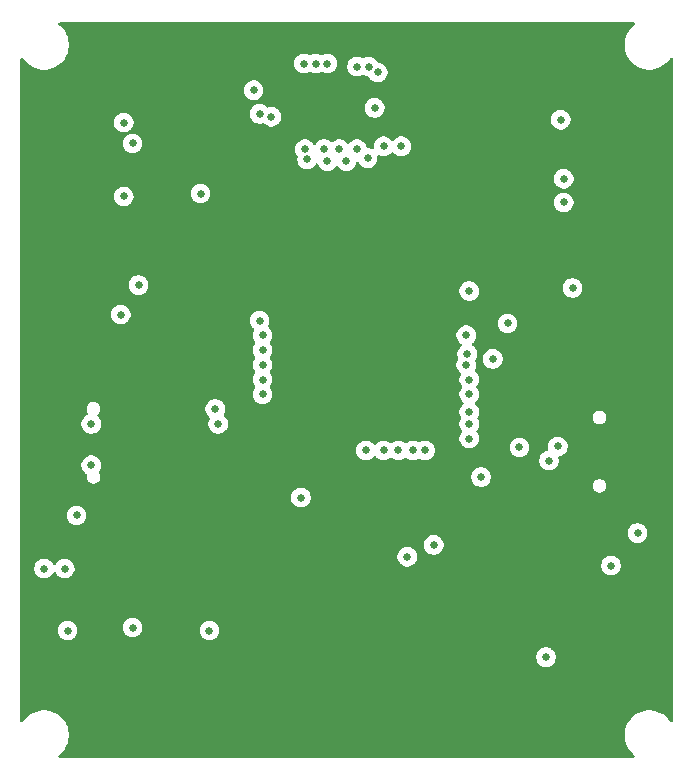
<source format=gbr>
%TF.GenerationSoftware,KiCad,Pcbnew,9.0.5*%
%TF.CreationDate,2025-10-28T16:25:52-07:00*%
%TF.ProjectId,Vine_Basestation_Cable_Reeling,56696e65-5f42-4617-9365-73746174696f,rev?*%
%TF.SameCoordinates,Original*%
%TF.FileFunction,Copper,L2,Inr*%
%TF.FilePolarity,Positive*%
%FSLAX46Y46*%
G04 Gerber Fmt 4.6, Leading zero omitted, Abs format (unit mm)*
G04 Created by KiCad (PCBNEW 9.0.5) date 2025-10-28 16:25:52*
%MOMM*%
%LPD*%
G01*
G04 APERTURE LIST*
%TA.AperFunction,ViaPad*%
%ADD10C,0.660400*%
%TD*%
G04 APERTURE END LIST*
D10*
%TO.N,GND*%
X130750000Y-92750000D03*
X130750000Y-95000000D03*
X132750000Y-95000000D03*
X135000000Y-95000000D03*
X132750000Y-92750000D03*
X142750000Y-79500000D03*
X118750000Y-64750000D03*
X122750000Y-70000000D03*
X122750000Y-67750000D03*
X127000000Y-98250000D03*
X124750000Y-98250000D03*
X138000000Y-115000000D03*
X135750000Y-115000000D03*
X127000000Y-115000000D03*
X124750000Y-115000000D03*
X142000000Y-107750000D03*
X139750000Y-107750000D03*
X125000000Y-89000000D03*
X122750000Y-89000000D03*
X153500000Y-73750000D03*
X151250000Y-73750000D03*
X153500000Y-69250000D03*
X151250000Y-69250000D03*
X125000000Y-86250000D03*
X122750000Y-86250000D03*
X120500000Y-86250000D03*
X118250000Y-86250000D03*
X158000000Y-78250000D03*
X155750000Y-78250000D03*
X153500000Y-78250000D03*
X151250000Y-78250000D03*
X117250000Y-114000000D03*
X115000000Y-114000000D03*
X112750000Y-114000000D03*
X110500000Y-114000000D03*
X155000000Y-108250000D03*
X152750000Y-108250000D03*
X150500000Y-108250000D03*
X148250000Y-108250000D03*
X155000000Y-105000000D03*
X152750000Y-105000000D03*
X150500000Y-105000000D03*
X148250000Y-105000000D03*
X160250000Y-61500000D03*
X158000000Y-61500000D03*
X155750000Y-61500000D03*
X116500000Y-61500000D03*
X118750000Y-61500000D03*
X114250000Y-61500000D03*
%TO.N,5V0*%
X115750000Y-96750000D03*
X115750000Y-93250000D03*
%TO.N,/IO8*%
X139150000Y-70750000D03*
%TO.N,/IO2*%
X138250000Y-63000000D03*
%TO.N,/IO42*%
X139250000Y-63000000D03*
%TO.N,/IO39*%
X140000000Y-63500000D03*
%TO.N,/IO18*%
X139750000Y-66500000D03*
%TO.N,/IO36*%
X138250000Y-70000000D03*
%TO.N,/IO35*%
X137350000Y-71000000D03*
X147750000Y-94500000D03*
%TO.N,/IO36*%
X147750000Y-93250000D03*
%TO.N,/IO8*%
X147750000Y-92250000D03*
%TO.N,/IO18*%
X147750000Y-90750000D03*
%TO.N,/IO39*%
X147750000Y-89500000D03*
%TO.N,/IO42*%
X147500000Y-85750000D03*
%TO.N,/IO2*%
X147750000Y-82000000D03*
%TO.N,/IO45*%
X144000000Y-95500000D03*
X136750000Y-70000000D03*
%TO.N,/IO48*%
X135750000Y-71000000D03*
X143000000Y-95500000D03*
%TO.N,/IO47*%
X135463169Y-69975737D03*
X141750000Y-95500000D03*
%TO.N,/IO21*%
X134019593Y-70841214D03*
X140500000Y-95500000D03*
%TO.N,/IO14*%
X133838900Y-70000000D03*
X139000000Y-95500000D03*
%TO.N,GND*%
X122250000Y-105750000D03*
X155250000Y-90250000D03*
X150000000Y-95250000D03*
X141250000Y-99750000D03*
X125750000Y-113000000D03*
X118500000Y-71750000D03*
X111250000Y-110500000D03*
X143250000Y-63000000D03*
X143500000Y-69750000D03*
X159750000Y-110750000D03*
X152250000Y-65500000D03*
X155500000Y-70750000D03*
X138500000Y-88250000D03*
X119750000Y-79500000D03*
X117500000Y-103750000D03*
X118750000Y-113250000D03*
X150250000Y-115250000D03*
X135232300Y-99750000D03*
X138500000Y-86000000D03*
X122500000Y-65250000D03*
X159750000Y-116750000D03*
X121250000Y-91000000D03*
X155500000Y-100750000D03*
%TO.N,3V3*%
X140500000Y-69750000D03*
X118500000Y-74000000D03*
X125000000Y-73750000D03*
X155500000Y-67500000D03*
X119750000Y-81500000D03*
X159750000Y-105250000D03*
X133500000Y-99500000D03*
X148750000Y-97750000D03*
X119250000Y-110500000D03*
X142000000Y-69750000D03*
X118250000Y-84000000D03*
X152000000Y-95250000D03*
X125750000Y-110750000D03*
X156500000Y-81750000D03*
%TO.N,12V0*%
X154250000Y-113000000D03*
X142500000Y-104500000D03*
X144750000Y-103500000D03*
%TO.N,5V0*%
X113750000Y-110750000D03*
X113500000Y-105500000D03*
X111750000Y-105500000D03*
%TO.N,/USB2_Dp*%
X155250000Y-95154900D03*
%TO.N,/USB2_Dn*%
X154500000Y-96360000D03*
%TO.N,/ENCODER_AO1*%
X126250000Y-92000000D03*
X119250000Y-69500000D03*
%TO.N,/ENCODER_AO2*%
X118500000Y-67750000D03*
X126500000Y-93250000D03*
%TO.N,/ENCODER_BO2*%
X155750000Y-74500000D03*
X147500000Y-88250000D03*
%TO.N,/ENCODER_BO1*%
X155750000Y-72500000D03*
X147583584Y-87333584D03*
%TO.N,/RXD0*%
X149750000Y-87750000D03*
%TO.N,/TXD0*%
X151000000Y-84750000D03*
%TO.N,CHASSIS*%
X162000000Y-102500000D03*
X114500000Y-101000000D03*
%TO.N,/IO7*%
X130250000Y-87000000D03*
X131000000Y-67250000D03*
%TO.N,/IO15*%
X133754800Y-62750000D03*
X130250000Y-88250000D03*
%TO.N,/IO17*%
X135750000Y-62750000D03*
X130250000Y-90750000D03*
%TO.N,/IO16*%
X130250000Y-89500000D03*
X134750000Y-62750000D03*
%TO.N,/IO5*%
X129500000Y-65000000D03*
X130000000Y-84500000D03*
%TO.N,/IO6*%
X130250000Y-85750000D03*
X130000000Y-67000000D03*
%TD*%
%TA.AperFunction,Conductor*%
%TO.N,GND*%
G36*
X161726775Y-59270185D02*
G01*
X161772530Y-59322989D01*
X161782474Y-59392147D01*
X161753449Y-59455703D01*
X161735222Y-59472876D01*
X161612073Y-59567370D01*
X161612066Y-59567376D01*
X161417376Y-59762066D01*
X161417370Y-59762073D01*
X161249754Y-59980516D01*
X161112080Y-60218971D01*
X161112075Y-60218982D01*
X161006704Y-60473369D01*
X160935441Y-60739331D01*
X160935438Y-60739344D01*
X160899501Y-61012315D01*
X160899500Y-61012332D01*
X160899500Y-61287667D01*
X160899501Y-61287684D01*
X160935438Y-61560655D01*
X160935439Y-61560660D01*
X160935440Y-61560666D01*
X160935441Y-61560668D01*
X161006704Y-61826630D01*
X161112075Y-62081017D01*
X161112080Y-62081028D01*
X161163045Y-62169300D01*
X161249751Y-62319479D01*
X161249753Y-62319482D01*
X161249754Y-62319483D01*
X161417370Y-62537926D01*
X161417376Y-62537933D01*
X161612066Y-62732623D01*
X161612073Y-62732629D01*
X161740403Y-62831099D01*
X161830521Y-62900249D01*
X161952125Y-62970457D01*
X162068971Y-63037919D01*
X162068976Y-63037921D01*
X162068979Y-63037923D01*
X162323368Y-63143295D01*
X162589334Y-63214560D01*
X162862326Y-63250500D01*
X162862333Y-63250500D01*
X163137667Y-63250500D01*
X163137674Y-63250500D01*
X163410666Y-63214560D01*
X163676632Y-63143295D01*
X163931021Y-63037923D01*
X164169479Y-62900249D01*
X164387928Y-62732628D01*
X164582628Y-62537928D01*
X164750249Y-62319479D01*
X164768115Y-62288534D01*
X164818679Y-62240321D01*
X164887286Y-62227097D01*
X164952151Y-62253065D01*
X164992680Y-62309979D01*
X164999500Y-62350536D01*
X164999500Y-118399463D01*
X164979815Y-118466502D01*
X164927011Y-118512257D01*
X164857853Y-118522201D01*
X164794297Y-118493176D01*
X164768116Y-118461467D01*
X164750249Y-118430521D01*
X164750243Y-118430513D01*
X164582629Y-118212073D01*
X164582623Y-118212066D01*
X164387933Y-118017376D01*
X164387926Y-118017370D01*
X164169483Y-117849754D01*
X164169482Y-117849753D01*
X164169479Y-117849751D01*
X164074407Y-117794861D01*
X163931028Y-117712080D01*
X163931017Y-117712075D01*
X163676630Y-117606704D01*
X163543649Y-117571072D01*
X163410666Y-117535440D01*
X163410660Y-117535439D01*
X163410655Y-117535438D01*
X163137684Y-117499501D01*
X163137679Y-117499500D01*
X163137674Y-117499500D01*
X162862326Y-117499500D01*
X162862320Y-117499500D01*
X162862315Y-117499501D01*
X162589344Y-117535438D01*
X162589337Y-117535439D01*
X162589334Y-117535440D01*
X162533125Y-117550500D01*
X162323369Y-117606704D01*
X162068982Y-117712075D01*
X162068971Y-117712080D01*
X161830516Y-117849754D01*
X161612073Y-118017370D01*
X161612066Y-118017376D01*
X161417376Y-118212066D01*
X161417370Y-118212073D01*
X161249754Y-118430516D01*
X161112080Y-118668971D01*
X161112075Y-118668982D01*
X161006704Y-118923369D01*
X160935441Y-119189331D01*
X160935438Y-119189344D01*
X160899501Y-119462315D01*
X160899500Y-119462332D01*
X160899500Y-119737667D01*
X160899501Y-119737684D01*
X160935438Y-120010655D01*
X160935439Y-120010660D01*
X160935440Y-120010666D01*
X160935441Y-120010668D01*
X161006704Y-120276630D01*
X161112075Y-120531017D01*
X161112080Y-120531028D01*
X161191809Y-120669121D01*
X161249751Y-120769479D01*
X161249753Y-120769482D01*
X161249754Y-120769483D01*
X161417370Y-120987926D01*
X161417376Y-120987933D01*
X161612066Y-121182623D01*
X161612073Y-121182629D01*
X161735222Y-121277124D01*
X161776425Y-121333552D01*
X161780580Y-121403298D01*
X161746368Y-121464218D01*
X161684651Y-121496971D01*
X161659736Y-121499500D01*
X113090264Y-121499500D01*
X113023225Y-121479815D01*
X112977470Y-121427011D01*
X112967526Y-121357853D01*
X112996551Y-121294297D01*
X113014778Y-121277124D01*
X113078074Y-121228555D01*
X113137928Y-121182628D01*
X113332628Y-120987928D01*
X113500249Y-120769479D01*
X113637923Y-120531021D01*
X113743295Y-120276632D01*
X113814560Y-120010666D01*
X113850500Y-119737674D01*
X113850500Y-119462326D01*
X113814560Y-119189334D01*
X113743295Y-118923368D01*
X113637923Y-118668979D01*
X113637921Y-118668976D01*
X113637919Y-118668971D01*
X113588732Y-118583778D01*
X113500249Y-118430521D01*
X113332628Y-118212072D01*
X113332623Y-118212066D01*
X113137933Y-118017376D01*
X113137926Y-118017370D01*
X112919483Y-117849754D01*
X112919482Y-117849753D01*
X112919479Y-117849751D01*
X112824407Y-117794861D01*
X112681028Y-117712080D01*
X112681017Y-117712075D01*
X112426630Y-117606704D01*
X112293649Y-117571072D01*
X112160666Y-117535440D01*
X112160660Y-117535439D01*
X112160655Y-117535438D01*
X111887684Y-117499501D01*
X111887679Y-117499500D01*
X111887674Y-117499500D01*
X111612326Y-117499500D01*
X111612320Y-117499500D01*
X111612315Y-117499501D01*
X111339344Y-117535438D01*
X111339337Y-117535439D01*
X111339334Y-117535440D01*
X111283125Y-117550500D01*
X111073369Y-117606704D01*
X110818982Y-117712075D01*
X110818971Y-117712080D01*
X110580516Y-117849754D01*
X110362073Y-118017370D01*
X110362066Y-118017376D01*
X110167376Y-118212066D01*
X110167370Y-118212073D01*
X109999756Y-118430513D01*
X109999752Y-118430518D01*
X109999751Y-118430521D01*
X109981884Y-118461466D01*
X109931320Y-118509679D01*
X109862712Y-118522901D01*
X109797848Y-118496933D01*
X109757320Y-118440019D01*
X109750500Y-118399463D01*
X109750500Y-113081819D01*
X153419299Y-113081819D01*
X153451222Y-113242300D01*
X153451224Y-113242306D01*
X153513843Y-113393482D01*
X153604754Y-113529542D01*
X153720457Y-113645245D01*
X153720460Y-113645247D01*
X153856516Y-113736156D01*
X154007694Y-113798776D01*
X154007698Y-113798776D01*
X154007699Y-113798777D01*
X154168180Y-113830700D01*
X154168183Y-113830700D01*
X154331819Y-113830700D01*
X154439785Y-113809223D01*
X154492306Y-113798776D01*
X154643484Y-113736156D01*
X154779540Y-113645247D01*
X154895247Y-113529540D01*
X154986156Y-113393484D01*
X155048776Y-113242306D01*
X155080700Y-113081817D01*
X155080700Y-112918183D01*
X155080700Y-112918180D01*
X155048777Y-112757699D01*
X155048776Y-112757698D01*
X155048776Y-112757694D01*
X154986156Y-112606516D01*
X154895247Y-112470460D01*
X154895245Y-112470457D01*
X154779542Y-112354754D01*
X154711512Y-112309298D01*
X154643484Y-112263844D01*
X154492306Y-112201224D01*
X154492300Y-112201222D01*
X154331819Y-112169300D01*
X154331817Y-112169300D01*
X154168183Y-112169300D01*
X154168181Y-112169300D01*
X154007699Y-112201222D01*
X154007693Y-112201224D01*
X153856517Y-112263843D01*
X153720457Y-112354754D01*
X153604754Y-112470457D01*
X153513843Y-112606517D01*
X153451224Y-112757693D01*
X153451222Y-112757699D01*
X153419300Y-112918180D01*
X153419300Y-112918183D01*
X153419300Y-113081817D01*
X153419300Y-113081819D01*
X153419299Y-113081819D01*
X109750500Y-113081819D01*
X109750500Y-110831819D01*
X112919299Y-110831819D01*
X112951222Y-110992300D01*
X112951224Y-110992306D01*
X113013843Y-111143482D01*
X113104754Y-111279542D01*
X113220457Y-111395245D01*
X113220460Y-111395247D01*
X113356516Y-111486156D01*
X113507694Y-111548776D01*
X113507698Y-111548776D01*
X113507699Y-111548777D01*
X113668180Y-111580700D01*
X113668183Y-111580700D01*
X113831819Y-111580700D01*
X113939785Y-111559223D01*
X113992306Y-111548776D01*
X114143484Y-111486156D01*
X114279540Y-111395247D01*
X114395247Y-111279540D01*
X114486156Y-111143484D01*
X114548776Y-110992306D01*
X114559223Y-110939785D01*
X114580700Y-110831819D01*
X114580700Y-110668180D01*
X114563521Y-110581819D01*
X118419299Y-110581819D01*
X118451222Y-110742300D01*
X118451224Y-110742306D01*
X118513843Y-110893482D01*
X118604754Y-111029542D01*
X118720457Y-111145245D01*
X118720460Y-111145247D01*
X118856516Y-111236156D01*
X119007694Y-111298776D01*
X119007698Y-111298776D01*
X119007699Y-111298777D01*
X119168180Y-111330700D01*
X119168183Y-111330700D01*
X119331819Y-111330700D01*
X119439785Y-111309223D01*
X119492306Y-111298776D01*
X119643484Y-111236156D01*
X119779540Y-111145247D01*
X119895247Y-111029540D01*
X119986156Y-110893484D01*
X120011698Y-110831819D01*
X124919299Y-110831819D01*
X124951222Y-110992300D01*
X124951224Y-110992306D01*
X125013843Y-111143482D01*
X125104754Y-111279542D01*
X125220457Y-111395245D01*
X125220460Y-111395247D01*
X125356516Y-111486156D01*
X125507694Y-111548776D01*
X125507698Y-111548776D01*
X125507699Y-111548777D01*
X125668180Y-111580700D01*
X125668183Y-111580700D01*
X125831819Y-111580700D01*
X125939785Y-111559223D01*
X125992306Y-111548776D01*
X126143484Y-111486156D01*
X126279540Y-111395247D01*
X126395247Y-111279540D01*
X126486156Y-111143484D01*
X126548776Y-110992306D01*
X126559223Y-110939785D01*
X126580700Y-110831819D01*
X126580700Y-110668180D01*
X126548777Y-110507699D01*
X126548776Y-110507698D01*
X126548776Y-110507694D01*
X126486156Y-110356516D01*
X126395247Y-110220460D01*
X126395245Y-110220457D01*
X126279542Y-110104754D01*
X126211512Y-110059298D01*
X126143484Y-110013844D01*
X125992306Y-109951224D01*
X125992300Y-109951222D01*
X125831819Y-109919300D01*
X125831817Y-109919300D01*
X125668183Y-109919300D01*
X125668181Y-109919300D01*
X125507699Y-109951222D01*
X125507693Y-109951224D01*
X125356517Y-110013843D01*
X125220457Y-110104754D01*
X125104754Y-110220457D01*
X125013843Y-110356517D01*
X124951224Y-110507693D01*
X124951222Y-110507699D01*
X124919300Y-110668180D01*
X124919300Y-110668183D01*
X124919300Y-110831817D01*
X124919300Y-110831819D01*
X124919299Y-110831819D01*
X120011698Y-110831819D01*
X120048776Y-110742306D01*
X120053449Y-110718810D01*
X120069545Y-110637899D01*
X120069545Y-110637898D01*
X120080699Y-110581821D01*
X120080700Y-110581819D01*
X120080700Y-110418180D01*
X120048777Y-110257699D01*
X120048776Y-110257698D01*
X120048776Y-110257694D01*
X119986156Y-110106516D01*
X119895247Y-109970460D01*
X119895245Y-109970457D01*
X119779542Y-109854754D01*
X119711512Y-109809298D01*
X119643484Y-109763844D01*
X119492306Y-109701224D01*
X119492300Y-109701222D01*
X119331819Y-109669300D01*
X119331817Y-109669300D01*
X119168183Y-109669300D01*
X119168181Y-109669300D01*
X119007699Y-109701222D01*
X119007693Y-109701224D01*
X118856517Y-109763843D01*
X118720457Y-109854754D01*
X118604754Y-109970457D01*
X118513843Y-110106517D01*
X118451224Y-110257693D01*
X118451222Y-110257699D01*
X118419300Y-110418180D01*
X118419300Y-110418183D01*
X118419300Y-110581817D01*
X118419300Y-110581819D01*
X118419299Y-110581819D01*
X114563521Y-110581819D01*
X114548777Y-110507699D01*
X114548776Y-110507698D01*
X114548776Y-110507694D01*
X114548774Y-110507689D01*
X114528832Y-110459543D01*
X114486157Y-110356517D01*
X114395245Y-110220457D01*
X114279542Y-110104754D01*
X114211512Y-110059298D01*
X114143484Y-110013844D01*
X113992306Y-109951224D01*
X113992300Y-109951222D01*
X113831819Y-109919300D01*
X113831817Y-109919300D01*
X113668183Y-109919300D01*
X113668181Y-109919300D01*
X113507699Y-109951222D01*
X113507693Y-109951224D01*
X113356517Y-110013843D01*
X113220457Y-110104754D01*
X113104754Y-110220457D01*
X113013843Y-110356517D01*
X112951224Y-110507693D01*
X112951222Y-110507699D01*
X112919300Y-110668180D01*
X112919300Y-110668183D01*
X112919300Y-110831817D01*
X112919300Y-110831819D01*
X112919299Y-110831819D01*
X109750500Y-110831819D01*
X109750500Y-105581819D01*
X110919299Y-105581819D01*
X110951222Y-105742300D01*
X110951224Y-105742306D01*
X111013843Y-105893482D01*
X111104754Y-106029542D01*
X111220457Y-106145245D01*
X111220460Y-106145247D01*
X111356516Y-106236156D01*
X111507694Y-106298776D01*
X111507698Y-106298776D01*
X111507699Y-106298777D01*
X111668180Y-106330700D01*
X111668183Y-106330700D01*
X111831819Y-106330700D01*
X111939785Y-106309223D01*
X111992306Y-106298776D01*
X112143484Y-106236156D01*
X112279540Y-106145247D01*
X112395247Y-106029540D01*
X112486156Y-105893484D01*
X112510439Y-105834860D01*
X112554279Y-105780456D01*
X112620573Y-105758391D01*
X112688273Y-105775670D01*
X112735884Y-105826807D01*
X112739561Y-105834860D01*
X112763844Y-105893484D01*
X112824450Y-105984188D01*
X112854754Y-106029542D01*
X112970457Y-106145245D01*
X112970460Y-106145247D01*
X113106516Y-106236156D01*
X113257694Y-106298776D01*
X113257698Y-106298776D01*
X113257699Y-106298777D01*
X113418180Y-106330700D01*
X113418183Y-106330700D01*
X113581819Y-106330700D01*
X113689785Y-106309223D01*
X113742306Y-106298776D01*
X113893484Y-106236156D01*
X114029540Y-106145247D01*
X114145247Y-106029540D01*
X114236156Y-105893484D01*
X114298776Y-105742306D01*
X114309223Y-105689785D01*
X114330700Y-105581819D01*
X114330700Y-105418180D01*
X114313521Y-105331819D01*
X158919299Y-105331819D01*
X158951222Y-105492300D01*
X158951224Y-105492306D01*
X159013843Y-105643482D01*
X159104754Y-105779542D01*
X159220457Y-105895245D01*
X159220460Y-105895247D01*
X159356516Y-105986156D01*
X159507694Y-106048776D01*
X159507698Y-106048776D01*
X159507699Y-106048777D01*
X159668180Y-106080700D01*
X159668183Y-106080700D01*
X159831819Y-106080700D01*
X159939785Y-106059223D01*
X159992306Y-106048776D01*
X160143484Y-105986156D01*
X160279540Y-105895247D01*
X160395247Y-105779540D01*
X160486156Y-105643484D01*
X160548776Y-105492306D01*
X160580700Y-105331817D01*
X160580700Y-105168183D01*
X160580700Y-105168180D01*
X160548777Y-105007699D01*
X160548776Y-105007698D01*
X160548776Y-105007694D01*
X160486156Y-104856516D01*
X160395247Y-104720460D01*
X160395245Y-104720457D01*
X160279542Y-104604754D01*
X160211512Y-104559298D01*
X160143484Y-104513844D01*
X159992306Y-104451224D01*
X159992300Y-104451222D01*
X159831819Y-104419300D01*
X159831817Y-104419300D01*
X159668183Y-104419300D01*
X159668181Y-104419300D01*
X159507699Y-104451222D01*
X159507693Y-104451224D01*
X159356517Y-104513843D01*
X159220457Y-104604754D01*
X159104754Y-104720457D01*
X159013843Y-104856517D01*
X158951224Y-105007693D01*
X158951222Y-105007699D01*
X158919300Y-105168180D01*
X158919300Y-105168183D01*
X158919300Y-105331817D01*
X158919300Y-105331819D01*
X158919299Y-105331819D01*
X114313521Y-105331819D01*
X114298777Y-105257699D01*
X114298776Y-105257698D01*
X114298776Y-105257694D01*
X114236156Y-105106516D01*
X114145247Y-104970460D01*
X114145245Y-104970457D01*
X114029542Y-104854754D01*
X113961512Y-104809298D01*
X113893484Y-104763844D01*
X113742306Y-104701224D01*
X113742300Y-104701222D01*
X113581819Y-104669300D01*
X113581817Y-104669300D01*
X113418183Y-104669300D01*
X113418181Y-104669300D01*
X113257699Y-104701222D01*
X113257693Y-104701224D01*
X113106517Y-104763843D01*
X112970457Y-104854754D01*
X112854754Y-104970457D01*
X112763843Y-105106517D01*
X112739561Y-105165140D01*
X112695720Y-105219543D01*
X112629426Y-105241608D01*
X112561727Y-105224329D01*
X112514116Y-105173192D01*
X112510439Y-105165140D01*
X112486156Y-105106517D01*
X112486156Y-105106516D01*
X112395247Y-104970460D01*
X112395245Y-104970457D01*
X112279542Y-104854754D01*
X112211512Y-104809298D01*
X112143484Y-104763844D01*
X111992306Y-104701224D01*
X111992300Y-104701222D01*
X111831819Y-104669300D01*
X111831817Y-104669300D01*
X111668183Y-104669300D01*
X111668181Y-104669300D01*
X111507699Y-104701222D01*
X111507693Y-104701224D01*
X111356517Y-104763843D01*
X111220457Y-104854754D01*
X111104754Y-104970457D01*
X111013843Y-105106517D01*
X110951224Y-105257693D01*
X110951222Y-105257699D01*
X110919300Y-105418180D01*
X110919300Y-105418183D01*
X110919300Y-105581817D01*
X110919300Y-105581819D01*
X110919299Y-105581819D01*
X109750500Y-105581819D01*
X109750500Y-104581819D01*
X141669299Y-104581819D01*
X141701222Y-104742300D01*
X141701224Y-104742306D01*
X141763843Y-104893482D01*
X141854754Y-105029542D01*
X141970457Y-105145245D01*
X141970460Y-105145247D01*
X142106516Y-105236156D01*
X142257694Y-105298776D01*
X142257698Y-105298776D01*
X142257699Y-105298777D01*
X142418180Y-105330700D01*
X142418183Y-105330700D01*
X142581819Y-105330700D01*
X142689785Y-105309223D01*
X142742306Y-105298776D01*
X142893484Y-105236156D01*
X143029540Y-105145247D01*
X143029543Y-105145244D01*
X143100378Y-105074410D01*
X143145244Y-105029543D01*
X143145245Y-105029542D01*
X143145247Y-105029540D01*
X143236156Y-104893484D01*
X143298776Y-104742306D01*
X143313298Y-104669300D01*
X143330700Y-104581819D01*
X143330700Y-104418180D01*
X143298777Y-104257699D01*
X143298776Y-104257698D01*
X143298776Y-104257694D01*
X143236156Y-104106516D01*
X143145247Y-103970460D01*
X143145245Y-103970457D01*
X143029542Y-103854754D01*
X142961512Y-103809298D01*
X142893484Y-103763844D01*
X142742306Y-103701224D01*
X142742300Y-103701222D01*
X142581819Y-103669300D01*
X142581817Y-103669300D01*
X142418183Y-103669300D01*
X142418181Y-103669300D01*
X142257699Y-103701222D01*
X142257693Y-103701224D01*
X142106517Y-103763843D01*
X141970457Y-103854754D01*
X141854754Y-103970457D01*
X141763843Y-104106517D01*
X141701224Y-104257693D01*
X141701222Y-104257699D01*
X141669300Y-104418180D01*
X141669300Y-104418183D01*
X141669300Y-104581817D01*
X141669300Y-104581819D01*
X141669299Y-104581819D01*
X109750500Y-104581819D01*
X109750500Y-103581819D01*
X143919299Y-103581819D01*
X143951222Y-103742300D01*
X143951224Y-103742306D01*
X144013843Y-103893482D01*
X144104754Y-104029542D01*
X144220457Y-104145245D01*
X144220460Y-104145247D01*
X144356516Y-104236156D01*
X144507694Y-104298776D01*
X144507698Y-104298776D01*
X144507699Y-104298777D01*
X144668180Y-104330700D01*
X144668183Y-104330700D01*
X144831819Y-104330700D01*
X144939785Y-104309223D01*
X144992306Y-104298776D01*
X145143484Y-104236156D01*
X145279540Y-104145247D01*
X145395247Y-104029540D01*
X145486156Y-103893484D01*
X145548776Y-103742306D01*
X145580700Y-103581817D01*
X145580700Y-103418183D01*
X145580700Y-103418180D01*
X145548777Y-103257699D01*
X145548776Y-103257698D01*
X145548776Y-103257694D01*
X145486156Y-103106516D01*
X145395247Y-102970460D01*
X145395245Y-102970457D01*
X145279542Y-102854754D01*
X145211512Y-102809298D01*
X145143484Y-102763844D01*
X144992306Y-102701224D01*
X144992300Y-102701222D01*
X144831819Y-102669300D01*
X144831817Y-102669300D01*
X144668183Y-102669300D01*
X144668181Y-102669300D01*
X144507699Y-102701222D01*
X144507693Y-102701224D01*
X144356517Y-102763843D01*
X144220457Y-102854754D01*
X144104754Y-102970457D01*
X144013843Y-103106517D01*
X143951224Y-103257693D01*
X143951222Y-103257699D01*
X143919300Y-103418180D01*
X143919300Y-103418183D01*
X143919300Y-103581817D01*
X143919300Y-103581819D01*
X143919299Y-103581819D01*
X109750500Y-103581819D01*
X109750500Y-102581819D01*
X161169299Y-102581819D01*
X161201222Y-102742300D01*
X161201224Y-102742306D01*
X161263843Y-102893482D01*
X161354754Y-103029542D01*
X161470457Y-103145245D01*
X161470460Y-103145247D01*
X161606516Y-103236156D01*
X161757694Y-103298776D01*
X161757698Y-103298776D01*
X161757699Y-103298777D01*
X161918180Y-103330700D01*
X161918183Y-103330700D01*
X162081819Y-103330700D01*
X162189785Y-103309223D01*
X162242306Y-103298776D01*
X162393484Y-103236156D01*
X162529540Y-103145247D01*
X162645247Y-103029540D01*
X162736156Y-102893484D01*
X162798776Y-102742306D01*
X162830700Y-102581817D01*
X162830700Y-102418183D01*
X162830700Y-102418180D01*
X162798777Y-102257699D01*
X162798776Y-102257698D01*
X162798776Y-102257694D01*
X162736156Y-102106516D01*
X162645247Y-101970460D01*
X162645245Y-101970457D01*
X162529542Y-101854754D01*
X162445762Y-101798775D01*
X162393484Y-101763844D01*
X162326639Y-101736156D01*
X162242306Y-101701224D01*
X162242300Y-101701222D01*
X162081819Y-101669300D01*
X162081817Y-101669300D01*
X161918183Y-101669300D01*
X161918181Y-101669300D01*
X161757699Y-101701222D01*
X161757693Y-101701224D01*
X161606517Y-101763843D01*
X161470457Y-101854754D01*
X161354754Y-101970457D01*
X161263843Y-102106517D01*
X161201224Y-102257693D01*
X161201222Y-102257699D01*
X161169300Y-102418180D01*
X161169300Y-102418183D01*
X161169300Y-102581817D01*
X161169300Y-102581819D01*
X161169299Y-102581819D01*
X109750500Y-102581819D01*
X109750500Y-101081819D01*
X113669299Y-101081819D01*
X113701222Y-101242300D01*
X113701224Y-101242306D01*
X113763843Y-101393482D01*
X113854754Y-101529542D01*
X113970457Y-101645245D01*
X113970460Y-101645247D01*
X114106516Y-101736156D01*
X114257694Y-101798776D01*
X114257698Y-101798776D01*
X114257699Y-101798777D01*
X114418180Y-101830700D01*
X114418183Y-101830700D01*
X114581819Y-101830700D01*
X114689785Y-101809223D01*
X114742306Y-101798776D01*
X114893484Y-101736156D01*
X115029540Y-101645247D01*
X115145247Y-101529540D01*
X115236156Y-101393484D01*
X115298776Y-101242306D01*
X115330700Y-101081817D01*
X115330700Y-100918183D01*
X115330700Y-100918180D01*
X115298777Y-100757699D01*
X115298776Y-100757698D01*
X115298776Y-100757694D01*
X115236156Y-100606516D01*
X115145247Y-100470460D01*
X115145245Y-100470457D01*
X115029542Y-100354754D01*
X114945762Y-100298775D01*
X114893484Y-100263844D01*
X114826639Y-100236156D01*
X114742306Y-100201224D01*
X114742300Y-100201222D01*
X114581819Y-100169300D01*
X114581817Y-100169300D01*
X114418183Y-100169300D01*
X114418181Y-100169300D01*
X114257699Y-100201222D01*
X114257693Y-100201224D01*
X114106517Y-100263843D01*
X113970457Y-100354754D01*
X113854754Y-100470457D01*
X113763843Y-100606517D01*
X113701224Y-100757693D01*
X113701222Y-100757699D01*
X113669300Y-100918180D01*
X113669300Y-100918183D01*
X113669300Y-101081817D01*
X113669300Y-101081819D01*
X113669299Y-101081819D01*
X109750500Y-101081819D01*
X109750500Y-99581819D01*
X132669299Y-99581819D01*
X132701222Y-99742300D01*
X132701224Y-99742306D01*
X132763843Y-99893482D01*
X132854754Y-100029542D01*
X132970457Y-100145245D01*
X132970460Y-100145247D01*
X133106516Y-100236156D01*
X133257694Y-100298776D01*
X133257698Y-100298776D01*
X133257699Y-100298777D01*
X133418180Y-100330700D01*
X133418183Y-100330700D01*
X133581819Y-100330700D01*
X133689785Y-100309223D01*
X133742306Y-100298776D01*
X133893484Y-100236156D01*
X134029540Y-100145247D01*
X134145247Y-100029540D01*
X134236156Y-99893484D01*
X134298776Y-99742306D01*
X134330700Y-99581817D01*
X134330700Y-99418183D01*
X134330700Y-99418180D01*
X134298777Y-99257699D01*
X134298776Y-99257698D01*
X134298776Y-99257694D01*
X134236156Y-99106516D01*
X134145247Y-98970460D01*
X134145245Y-98970457D01*
X134029542Y-98854754D01*
X133961512Y-98809298D01*
X133893484Y-98763844D01*
X133742306Y-98701224D01*
X133742300Y-98701222D01*
X133581819Y-98669300D01*
X133581817Y-98669300D01*
X133418183Y-98669300D01*
X133418181Y-98669300D01*
X133257699Y-98701222D01*
X133257693Y-98701224D01*
X133106517Y-98763843D01*
X132970457Y-98854754D01*
X132854754Y-98970457D01*
X132763843Y-99106517D01*
X132701224Y-99257693D01*
X132701222Y-99257699D01*
X132669300Y-99418180D01*
X132669300Y-99418183D01*
X132669300Y-99581817D01*
X132669300Y-99581819D01*
X132669299Y-99581819D01*
X109750500Y-99581819D01*
X109750500Y-96831819D01*
X114919299Y-96831819D01*
X114951222Y-96992300D01*
X114951224Y-96992306D01*
X114997801Y-97104754D01*
X115013844Y-97143484D01*
X115059298Y-97211512D01*
X115104754Y-97279542D01*
X115220456Y-97395244D01*
X115220464Y-97395250D01*
X115323665Y-97464207D01*
X115368471Y-97517819D01*
X115377178Y-97587144D01*
X115374550Y-97599400D01*
X115354500Y-97674229D01*
X115354500Y-97674234D01*
X115354500Y-97825766D01*
X115356122Y-97831819D01*
X115393719Y-97972136D01*
X115431602Y-98037750D01*
X115469485Y-98103365D01*
X115576635Y-98210515D01*
X115707865Y-98286281D01*
X115854234Y-98325500D01*
X115854236Y-98325500D01*
X116005764Y-98325500D01*
X116005766Y-98325500D01*
X116152135Y-98286281D01*
X116283365Y-98210515D01*
X116390515Y-98103365D01*
X116466281Y-97972135D01*
X116503878Y-97831819D01*
X147919299Y-97831819D01*
X147951222Y-97992300D01*
X147951224Y-97992306D01*
X148013844Y-98143484D01*
X148058630Y-98210512D01*
X148104754Y-98279542D01*
X148220457Y-98395245D01*
X148220460Y-98395247D01*
X148356516Y-98486156D01*
X148507694Y-98548776D01*
X148507698Y-98548776D01*
X148507699Y-98548777D01*
X148668180Y-98580700D01*
X148668183Y-98580700D01*
X148831819Y-98580700D01*
X148939785Y-98559223D01*
X148992306Y-98548776D01*
X149143484Y-98486156D01*
X149236158Y-98424234D01*
X158209500Y-98424234D01*
X158209500Y-98575765D01*
X158248719Y-98722136D01*
X158272799Y-98763843D01*
X158324485Y-98853365D01*
X158431635Y-98960515D01*
X158562865Y-99036281D01*
X158709234Y-99075500D01*
X158709236Y-99075500D01*
X158860764Y-99075500D01*
X158860766Y-99075500D01*
X159007135Y-99036281D01*
X159138365Y-98960515D01*
X159245515Y-98853365D01*
X159321281Y-98722135D01*
X159360500Y-98575766D01*
X159360500Y-98424234D01*
X159321281Y-98277865D01*
X159245515Y-98146635D01*
X159138365Y-98039485D01*
X159021714Y-97972136D01*
X159007136Y-97963719D01*
X158933950Y-97944109D01*
X158860766Y-97924500D01*
X158709234Y-97924500D01*
X158562863Y-97963719D01*
X158431635Y-98039485D01*
X158431632Y-98039487D01*
X158324487Y-98146632D01*
X158324485Y-98146635D01*
X158248719Y-98277863D01*
X158209500Y-98424234D01*
X149236158Y-98424234D01*
X149279540Y-98395247D01*
X149279543Y-98395244D01*
X149346362Y-98328426D01*
X149395244Y-98279543D01*
X149395245Y-98279542D01*
X149395247Y-98279540D01*
X149486156Y-98143484D01*
X149548776Y-97992306D01*
X149580700Y-97831817D01*
X149580700Y-97668183D01*
X149580700Y-97668180D01*
X149548777Y-97507699D01*
X149548776Y-97507698D01*
X149548776Y-97507694D01*
X149486156Y-97356516D01*
X149395247Y-97220460D01*
X149395245Y-97220457D01*
X149279542Y-97104754D01*
X149211512Y-97059298D01*
X149143484Y-97013844D01*
X149122724Y-97005245D01*
X148992306Y-96951224D01*
X148992300Y-96951222D01*
X148831819Y-96919300D01*
X148831817Y-96919300D01*
X148668183Y-96919300D01*
X148668181Y-96919300D01*
X148507699Y-96951222D01*
X148507693Y-96951224D01*
X148356517Y-97013843D01*
X148220457Y-97104754D01*
X148104754Y-97220457D01*
X148013843Y-97356517D01*
X147951224Y-97507693D01*
X147951222Y-97507699D01*
X147919300Y-97668180D01*
X147919300Y-97668183D01*
X147919300Y-97831817D01*
X147919300Y-97831819D01*
X147919299Y-97831819D01*
X116503878Y-97831819D01*
X116505500Y-97825766D01*
X116505500Y-97674234D01*
X116466281Y-97527865D01*
X116394994Y-97404393D01*
X116378522Y-97336496D01*
X116399280Y-97273505D01*
X116486155Y-97143486D01*
X116502199Y-97104753D01*
X116548776Y-96992306D01*
X116580700Y-96831817D01*
X116580700Y-96668183D01*
X116580700Y-96668180D01*
X116548777Y-96507699D01*
X116548776Y-96507698D01*
X116548776Y-96507694D01*
X116521490Y-96441819D01*
X153669299Y-96441819D01*
X153701222Y-96602300D01*
X153701224Y-96602306D01*
X153763843Y-96753482D01*
X153854754Y-96889542D01*
X153970457Y-97005245D01*
X153970460Y-97005247D01*
X154106516Y-97096156D01*
X154257694Y-97158776D01*
X154257698Y-97158776D01*
X154257699Y-97158777D01*
X154418180Y-97190700D01*
X154418183Y-97190700D01*
X154581819Y-97190700D01*
X154689785Y-97169223D01*
X154742306Y-97158776D01*
X154893484Y-97096156D01*
X155029540Y-97005247D01*
X155145247Y-96889540D01*
X155236156Y-96753484D01*
X155298776Y-96602306D01*
X155330700Y-96441817D01*
X155330700Y-96278183D01*
X155330700Y-96278180D01*
X155298950Y-96118567D01*
X155305177Y-96048975D01*
X155348040Y-95993798D01*
X155396375Y-95972758D01*
X155492306Y-95953676D01*
X155643484Y-95891056D01*
X155779540Y-95800147D01*
X155895247Y-95684440D01*
X155986156Y-95548384D01*
X156048776Y-95397206D01*
X156068355Y-95298777D01*
X156080700Y-95236719D01*
X156080700Y-95073080D01*
X156048777Y-94912599D01*
X156048776Y-94912598D01*
X156048776Y-94912594D01*
X155986156Y-94761416D01*
X155895247Y-94625360D01*
X155895245Y-94625357D01*
X155779542Y-94509654D01*
X155644316Y-94419300D01*
X155643484Y-94418744D01*
X155642122Y-94418180D01*
X155492306Y-94356124D01*
X155492300Y-94356122D01*
X155331819Y-94324200D01*
X155331817Y-94324200D01*
X155168183Y-94324200D01*
X155168181Y-94324200D01*
X155007699Y-94356122D01*
X155007693Y-94356124D01*
X154856517Y-94418743D01*
X154720457Y-94509654D01*
X154604754Y-94625357D01*
X154513843Y-94761417D01*
X154451224Y-94912593D01*
X154451222Y-94912599D01*
X154419300Y-95073080D01*
X154419300Y-95236721D01*
X154451049Y-95396333D01*
X154444822Y-95465924D01*
X154401959Y-95521102D01*
X154353624Y-95542141D01*
X154257699Y-95561222D01*
X154257693Y-95561224D01*
X154106517Y-95623843D01*
X153970457Y-95714754D01*
X153854754Y-95830457D01*
X153763843Y-95966517D01*
X153701224Y-96117693D01*
X153701222Y-96117699D01*
X153669300Y-96278180D01*
X153669300Y-96278183D01*
X153669300Y-96441817D01*
X153669300Y-96441819D01*
X153669299Y-96441819D01*
X116521490Y-96441819D01*
X116486156Y-96356516D01*
X116395247Y-96220460D01*
X116395245Y-96220457D01*
X116279542Y-96104754D01*
X116166975Y-96029540D01*
X116143484Y-96013844D01*
X116076639Y-95986156D01*
X115992306Y-95951224D01*
X115992300Y-95951222D01*
X115831819Y-95919300D01*
X115831817Y-95919300D01*
X115668183Y-95919300D01*
X115668181Y-95919300D01*
X115507699Y-95951222D01*
X115507693Y-95951224D01*
X115356517Y-96013843D01*
X115220457Y-96104754D01*
X115104754Y-96220457D01*
X115013843Y-96356517D01*
X114951224Y-96507693D01*
X114951222Y-96507699D01*
X114919300Y-96668180D01*
X114919300Y-96668183D01*
X114919300Y-96831817D01*
X114919300Y-96831819D01*
X114919299Y-96831819D01*
X109750500Y-96831819D01*
X109750500Y-95581819D01*
X138169299Y-95581819D01*
X138201222Y-95742300D01*
X138201224Y-95742306D01*
X138263843Y-95893482D01*
X138354754Y-96029542D01*
X138470457Y-96145245D01*
X138470460Y-96145247D01*
X138606516Y-96236156D01*
X138757694Y-96298776D01*
X138757698Y-96298776D01*
X138757699Y-96298777D01*
X138918180Y-96330700D01*
X138918183Y-96330700D01*
X139081819Y-96330700D01*
X139189785Y-96309223D01*
X139242306Y-96298776D01*
X139393484Y-96236156D01*
X139529540Y-96145247D01*
X139645247Y-96029540D01*
X139646895Y-96027072D01*
X139648094Y-96026070D01*
X139649111Y-96024832D01*
X139649345Y-96025024D01*
X139700506Y-95982266D01*
X139769831Y-95973556D01*
X139832859Y-96003708D01*
X139853105Y-96027073D01*
X139854755Y-96029543D01*
X139970457Y-96145245D01*
X139970460Y-96145247D01*
X140106516Y-96236156D01*
X140257694Y-96298776D01*
X140257698Y-96298776D01*
X140257699Y-96298777D01*
X140418180Y-96330700D01*
X140418183Y-96330700D01*
X140581819Y-96330700D01*
X140689785Y-96309223D01*
X140742306Y-96298776D01*
X140893484Y-96236156D01*
X141029540Y-96145247D01*
X141037317Y-96137469D01*
X141098637Y-96103984D01*
X141168329Y-96108965D01*
X141212682Y-96137469D01*
X141220460Y-96145247D01*
X141356516Y-96236156D01*
X141507694Y-96298776D01*
X141507698Y-96298776D01*
X141507699Y-96298777D01*
X141668180Y-96330700D01*
X141668183Y-96330700D01*
X141831819Y-96330700D01*
X141939785Y-96309223D01*
X141992306Y-96298776D01*
X142143484Y-96236156D01*
X142279540Y-96145247D01*
X142287317Y-96137469D01*
X142348637Y-96103984D01*
X142418329Y-96108965D01*
X142462682Y-96137469D01*
X142470460Y-96145247D01*
X142606516Y-96236156D01*
X142757694Y-96298776D01*
X142757698Y-96298776D01*
X142757699Y-96298777D01*
X142918180Y-96330700D01*
X142918183Y-96330700D01*
X143081819Y-96330700D01*
X143189785Y-96309223D01*
X143242306Y-96298776D01*
X143393484Y-96236156D01*
X143431109Y-96211016D01*
X143497786Y-96190138D01*
X143565166Y-96208622D01*
X143568891Y-96211016D01*
X143606516Y-96236156D01*
X143757694Y-96298776D01*
X143757698Y-96298776D01*
X143757699Y-96298777D01*
X143918180Y-96330700D01*
X143918183Y-96330700D01*
X144081819Y-96330700D01*
X144189785Y-96309223D01*
X144242306Y-96298776D01*
X144393484Y-96236156D01*
X144529540Y-96145247D01*
X144645247Y-96029540D01*
X144736156Y-95893484D01*
X144798776Y-95742306D01*
X144810287Y-95684440D01*
X144830700Y-95581819D01*
X144830700Y-95418180D01*
X144813521Y-95331819D01*
X151169299Y-95331819D01*
X151201222Y-95492300D01*
X151201224Y-95492306D01*
X151263843Y-95643482D01*
X151354754Y-95779542D01*
X151470457Y-95895245D01*
X151470460Y-95895247D01*
X151606516Y-95986156D01*
X151757694Y-96048776D01*
X151757698Y-96048776D01*
X151757699Y-96048777D01*
X151918180Y-96080700D01*
X151918183Y-96080700D01*
X152081819Y-96080700D01*
X152237223Y-96049787D01*
X152242306Y-96048776D01*
X152393484Y-95986156D01*
X152529540Y-95895247D01*
X152645247Y-95779540D01*
X152736156Y-95643484D01*
X152798776Y-95492306D01*
X152830700Y-95331817D01*
X152830700Y-95168183D01*
X152830700Y-95168180D01*
X152798777Y-95007699D01*
X152798776Y-95007698D01*
X152798776Y-95007694D01*
X152736156Y-94856516D01*
X152645247Y-94720460D01*
X152645245Y-94720457D01*
X152529542Y-94604754D01*
X152461512Y-94559298D01*
X152393484Y-94513844D01*
X152383368Y-94509654D01*
X152242306Y-94451224D01*
X152242300Y-94451222D01*
X152081819Y-94419300D01*
X152081817Y-94419300D01*
X151918183Y-94419300D01*
X151918181Y-94419300D01*
X151757699Y-94451222D01*
X151757693Y-94451224D01*
X151606517Y-94513843D01*
X151470457Y-94604754D01*
X151354754Y-94720457D01*
X151263843Y-94856517D01*
X151201224Y-95007693D01*
X151201222Y-95007699D01*
X151169300Y-95168180D01*
X151169300Y-95168183D01*
X151169300Y-95331817D01*
X151169300Y-95331819D01*
X151169299Y-95331819D01*
X144813521Y-95331819D01*
X144798777Y-95257699D01*
X144798776Y-95257698D01*
X144798776Y-95257694D01*
X144736156Y-95106516D01*
X144645247Y-94970460D01*
X144645246Y-94970459D01*
X144645245Y-94970457D01*
X144529542Y-94854754D01*
X144431110Y-94788985D01*
X144393484Y-94763844D01*
X144393479Y-94763842D01*
X144242306Y-94701224D01*
X144242300Y-94701222D01*
X144081819Y-94669300D01*
X144081817Y-94669300D01*
X143918183Y-94669300D01*
X143918181Y-94669300D01*
X143757699Y-94701222D01*
X143757693Y-94701224D01*
X143606518Y-94763842D01*
X143568889Y-94788985D01*
X143502211Y-94809861D01*
X143434831Y-94791375D01*
X143431111Y-94788985D01*
X143393481Y-94763842D01*
X143242306Y-94701224D01*
X143242300Y-94701222D01*
X143081819Y-94669300D01*
X143081817Y-94669300D01*
X142918183Y-94669300D01*
X142918181Y-94669300D01*
X142757699Y-94701222D01*
X142757693Y-94701224D01*
X142606517Y-94763843D01*
X142470457Y-94854754D01*
X142470456Y-94854755D01*
X142462681Y-94862531D01*
X142401358Y-94896016D01*
X142331666Y-94891032D01*
X142287319Y-94862531D01*
X142279542Y-94854754D01*
X142181110Y-94788985D01*
X142143484Y-94763844D01*
X142143479Y-94763842D01*
X141992306Y-94701224D01*
X141992300Y-94701222D01*
X141831819Y-94669300D01*
X141831817Y-94669300D01*
X141668183Y-94669300D01*
X141668181Y-94669300D01*
X141507699Y-94701222D01*
X141507693Y-94701224D01*
X141356517Y-94763843D01*
X141220457Y-94854754D01*
X141220456Y-94854755D01*
X141212681Y-94862531D01*
X141151358Y-94896016D01*
X141081666Y-94891032D01*
X141037319Y-94862531D01*
X141029542Y-94854754D01*
X140931110Y-94788985D01*
X140893484Y-94763844D01*
X140893479Y-94763842D01*
X140742306Y-94701224D01*
X140742300Y-94701222D01*
X140581819Y-94669300D01*
X140581817Y-94669300D01*
X140418183Y-94669300D01*
X140418181Y-94669300D01*
X140257699Y-94701222D01*
X140257693Y-94701224D01*
X140106517Y-94763843D01*
X139970457Y-94854754D01*
X139854755Y-94970456D01*
X139854753Y-94970459D01*
X139853101Y-94972932D01*
X139851901Y-94973934D01*
X139850889Y-94975168D01*
X139850655Y-94974976D01*
X139799487Y-95017736D01*
X139730162Y-95026442D01*
X139667135Y-94996286D01*
X139646899Y-94972932D01*
X139645246Y-94970459D01*
X139645244Y-94970456D01*
X139529542Y-94854754D01*
X139431110Y-94788985D01*
X139393484Y-94763844D01*
X139393479Y-94763842D01*
X139242306Y-94701224D01*
X139242300Y-94701222D01*
X139081819Y-94669300D01*
X139081817Y-94669300D01*
X138918183Y-94669300D01*
X138918181Y-94669300D01*
X138757699Y-94701222D01*
X138757693Y-94701224D01*
X138606517Y-94763843D01*
X138470457Y-94854754D01*
X138354754Y-94970457D01*
X138263843Y-95106517D01*
X138201224Y-95257693D01*
X138201222Y-95257699D01*
X138169300Y-95418180D01*
X138169300Y-95418183D01*
X138169300Y-95581817D01*
X138169300Y-95581819D01*
X138169299Y-95581819D01*
X109750500Y-95581819D01*
X109750500Y-93331819D01*
X114919299Y-93331819D01*
X114951222Y-93492300D01*
X114951224Y-93492306D01*
X115013843Y-93643482D01*
X115104754Y-93779542D01*
X115220457Y-93895245D01*
X115220460Y-93895247D01*
X115356516Y-93986156D01*
X115507694Y-94048776D01*
X115507698Y-94048776D01*
X115507699Y-94048777D01*
X115668180Y-94080700D01*
X115668183Y-94080700D01*
X115831819Y-94080700D01*
X115939785Y-94059223D01*
X115992306Y-94048776D01*
X116143484Y-93986156D01*
X116279540Y-93895247D01*
X116395247Y-93779540D01*
X116486156Y-93643484D01*
X116548776Y-93492306D01*
X116580700Y-93331817D01*
X116580700Y-93168183D01*
X116580700Y-93168180D01*
X116548777Y-93007699D01*
X116548776Y-93007698D01*
X116548776Y-93007694D01*
X116486156Y-92856516D01*
X116395247Y-92720460D01*
X116395245Y-92720457D01*
X116282015Y-92607227D01*
X116248530Y-92545904D01*
X116253514Y-92476212D01*
X116282015Y-92431865D01*
X116329113Y-92384767D01*
X116390515Y-92323365D01*
X116466281Y-92192135D01*
X116495840Y-92081819D01*
X125419299Y-92081819D01*
X125451222Y-92242300D01*
X125451224Y-92242306D01*
X125513843Y-92393482D01*
X125604754Y-92529542D01*
X125720454Y-92645242D01*
X125720457Y-92645244D01*
X125720460Y-92645247D01*
X125744944Y-92661606D01*
X125789748Y-92715217D01*
X125798456Y-92784542D01*
X125779158Y-92833595D01*
X125763847Y-92856510D01*
X125763842Y-92856519D01*
X125701224Y-93007693D01*
X125701222Y-93007699D01*
X125669300Y-93168180D01*
X125669300Y-93168183D01*
X125669300Y-93331817D01*
X125669300Y-93331819D01*
X125669299Y-93331819D01*
X125701222Y-93492300D01*
X125701224Y-93492306D01*
X125763843Y-93643482D01*
X125854754Y-93779542D01*
X125970457Y-93895245D01*
X125970460Y-93895247D01*
X126106516Y-93986156D01*
X126257694Y-94048776D01*
X126257698Y-94048776D01*
X126257699Y-94048777D01*
X126418180Y-94080700D01*
X126418183Y-94080700D01*
X126581819Y-94080700D01*
X126689785Y-94059223D01*
X126742306Y-94048776D01*
X126893484Y-93986156D01*
X127029540Y-93895247D01*
X127145247Y-93779540D01*
X127236156Y-93643484D01*
X127298776Y-93492306D01*
X127330700Y-93331817D01*
X127330700Y-93168183D01*
X127330700Y-93168180D01*
X127298777Y-93007699D01*
X127298776Y-93007698D01*
X127298776Y-93007694D01*
X127236156Y-92856516D01*
X127145247Y-92720460D01*
X127145245Y-92720457D01*
X127029542Y-92604754D01*
X127005055Y-92588393D01*
X126960250Y-92534781D01*
X126951543Y-92465456D01*
X126970845Y-92416399D01*
X126986151Y-92393491D01*
X126986156Y-92393484D01*
X127048776Y-92242306D01*
X127080700Y-92081817D01*
X127080700Y-91918183D01*
X127080700Y-91918180D01*
X127048777Y-91757699D01*
X127048776Y-91757698D01*
X127048776Y-91757694D01*
X126986156Y-91606516D01*
X126895247Y-91470460D01*
X126895245Y-91470457D01*
X126779542Y-91354754D01*
X126666975Y-91279540D01*
X126643484Y-91263844D01*
X126492306Y-91201224D01*
X126492300Y-91201222D01*
X126331819Y-91169300D01*
X126331817Y-91169300D01*
X126168183Y-91169300D01*
X126168181Y-91169300D01*
X126007699Y-91201222D01*
X126007693Y-91201224D01*
X125856517Y-91263843D01*
X125720457Y-91354754D01*
X125604754Y-91470457D01*
X125513843Y-91606517D01*
X125451224Y-91757693D01*
X125451222Y-91757699D01*
X125419300Y-91918180D01*
X125419300Y-91918183D01*
X125419300Y-92081817D01*
X125419300Y-92081819D01*
X125419299Y-92081819D01*
X116495840Y-92081819D01*
X116505500Y-92045766D01*
X116505500Y-91894234D01*
X116466281Y-91747865D01*
X116390515Y-91616635D01*
X116283365Y-91509485D01*
X116181223Y-91450513D01*
X116152136Y-91433719D01*
X116023844Y-91399344D01*
X116005766Y-91394500D01*
X115854234Y-91394500D01*
X115707863Y-91433719D01*
X115576635Y-91509485D01*
X115576632Y-91509487D01*
X115469487Y-91616632D01*
X115469485Y-91616635D01*
X115393719Y-91747863D01*
X115354500Y-91894234D01*
X115354500Y-92045765D01*
X115393719Y-92192136D01*
X115422682Y-92242300D01*
X115465734Y-92316868D01*
X115482207Y-92384767D01*
X115459355Y-92450794D01*
X115405801Y-92493429D01*
X115356516Y-92513843D01*
X115220457Y-92604754D01*
X115104754Y-92720457D01*
X115013843Y-92856517D01*
X114951224Y-93007693D01*
X114951222Y-93007699D01*
X114919300Y-93168180D01*
X114919300Y-93168183D01*
X114919300Y-93331817D01*
X114919300Y-93331819D01*
X114919299Y-93331819D01*
X109750500Y-93331819D01*
X109750500Y-84081819D01*
X117419299Y-84081819D01*
X117451222Y-84242300D01*
X117451224Y-84242306D01*
X117513843Y-84393482D01*
X117604754Y-84529542D01*
X117720457Y-84645245D01*
X117720460Y-84645247D01*
X117856516Y-84736156D01*
X118007694Y-84798776D01*
X118007698Y-84798776D01*
X118007699Y-84798777D01*
X118168180Y-84830700D01*
X118168183Y-84830700D01*
X118331819Y-84830700D01*
X118439785Y-84809223D01*
X118492306Y-84798776D01*
X118643484Y-84736156D01*
X118779540Y-84645247D01*
X118842968Y-84581819D01*
X129169299Y-84581819D01*
X129201222Y-84742300D01*
X129201224Y-84742306D01*
X129263843Y-84893482D01*
X129354754Y-85029542D01*
X129470454Y-85145242D01*
X129470457Y-85145244D01*
X129470460Y-85145247D01*
X129494944Y-85161606D01*
X129539748Y-85215217D01*
X129548456Y-85284542D01*
X129529158Y-85333595D01*
X129513847Y-85356510D01*
X129513842Y-85356519D01*
X129451224Y-85507693D01*
X129451222Y-85507699D01*
X129419300Y-85668180D01*
X129419300Y-85668183D01*
X129419300Y-85831817D01*
X129419300Y-85831819D01*
X129419299Y-85831819D01*
X129451222Y-85992300D01*
X129451224Y-85992306D01*
X129513843Y-86143482D01*
X129604754Y-86279542D01*
X129612531Y-86287319D01*
X129646016Y-86348642D01*
X129641032Y-86418334D01*
X129612531Y-86462681D01*
X129604755Y-86470456D01*
X129604754Y-86470457D01*
X129513843Y-86606517D01*
X129451224Y-86757693D01*
X129451222Y-86757699D01*
X129419300Y-86918180D01*
X129419300Y-86918183D01*
X129419300Y-87081817D01*
X129419300Y-87081819D01*
X129419299Y-87081819D01*
X129451222Y-87242300D01*
X129451224Y-87242306D01*
X129513844Y-87393484D01*
X129528490Y-87415403D01*
X129604754Y-87529542D01*
X129612531Y-87537319D01*
X129646016Y-87598642D01*
X129641032Y-87668334D01*
X129612531Y-87712681D01*
X129604755Y-87720456D01*
X129604754Y-87720457D01*
X129513843Y-87856517D01*
X129451224Y-88007693D01*
X129451222Y-88007699D01*
X129419300Y-88168180D01*
X129419300Y-88168183D01*
X129419300Y-88331817D01*
X129419300Y-88331819D01*
X129419299Y-88331819D01*
X129451222Y-88492300D01*
X129451224Y-88492306D01*
X129513843Y-88643482D01*
X129604754Y-88779542D01*
X129612531Y-88787319D01*
X129646016Y-88848642D01*
X129641032Y-88918334D01*
X129612531Y-88962681D01*
X129604755Y-88970456D01*
X129604754Y-88970457D01*
X129513843Y-89106517D01*
X129451224Y-89257693D01*
X129451222Y-89257699D01*
X129419300Y-89418180D01*
X129419300Y-89418183D01*
X129419300Y-89581817D01*
X129419300Y-89581819D01*
X129419299Y-89581819D01*
X129451222Y-89742300D01*
X129451224Y-89742306D01*
X129513843Y-89893482D01*
X129604754Y-90029542D01*
X129612531Y-90037319D01*
X129646016Y-90098642D01*
X129641032Y-90168334D01*
X129612531Y-90212681D01*
X129604755Y-90220456D01*
X129604754Y-90220457D01*
X129513843Y-90356517D01*
X129451224Y-90507693D01*
X129451222Y-90507699D01*
X129419300Y-90668180D01*
X129419300Y-90668183D01*
X129419300Y-90831817D01*
X129419300Y-90831819D01*
X129419299Y-90831819D01*
X129451222Y-90992300D01*
X129451224Y-90992306D01*
X129513843Y-91143482D01*
X129604754Y-91279542D01*
X129720457Y-91395245D01*
X129720460Y-91395247D01*
X129856516Y-91486156D01*
X130007694Y-91548776D01*
X130007698Y-91548776D01*
X130007699Y-91548777D01*
X130168180Y-91580700D01*
X130168183Y-91580700D01*
X130331819Y-91580700D01*
X130488696Y-91549494D01*
X130492306Y-91548776D01*
X130643484Y-91486156D01*
X130779540Y-91395247D01*
X130895247Y-91279540D01*
X130986156Y-91143484D01*
X131048776Y-90992306D01*
X131080700Y-90831817D01*
X131080700Y-90668183D01*
X131080700Y-90668180D01*
X131048777Y-90507699D01*
X131048776Y-90507698D01*
X131048776Y-90507694D01*
X130986156Y-90356516D01*
X130895247Y-90220460D01*
X130887469Y-90212682D01*
X130853984Y-90151363D01*
X130858965Y-90081671D01*
X130887469Y-90037317D01*
X130895247Y-90029540D01*
X130986156Y-89893484D01*
X131048776Y-89742306D01*
X131080700Y-89581817D01*
X131080700Y-89418183D01*
X131080700Y-89418180D01*
X131048777Y-89257699D01*
X131048776Y-89257698D01*
X131048776Y-89257694D01*
X130986156Y-89106516D01*
X130895247Y-88970460D01*
X130887469Y-88962682D01*
X130853984Y-88901363D01*
X130858965Y-88831671D01*
X130887469Y-88787317D01*
X130895247Y-88779540D01*
X130986156Y-88643484D01*
X131048776Y-88492306D01*
X131080700Y-88331817D01*
X131080700Y-88168183D01*
X131080700Y-88168180D01*
X131048777Y-88007699D01*
X131048776Y-88007698D01*
X131048776Y-88007694D01*
X130986156Y-87856516D01*
X130895247Y-87720460D01*
X130887469Y-87712682D01*
X130853984Y-87651363D01*
X130858965Y-87581671D01*
X130887469Y-87537317D01*
X130895247Y-87529540D01*
X130986156Y-87393484D01*
X131048776Y-87242306D01*
X131059223Y-87189785D01*
X131080700Y-87081819D01*
X131080700Y-86918180D01*
X131048777Y-86757699D01*
X131048776Y-86757698D01*
X131048776Y-86757694D01*
X130986156Y-86606516D01*
X130895247Y-86470460D01*
X130887469Y-86462682D01*
X130853984Y-86401363D01*
X130858965Y-86331671D01*
X130887469Y-86287317D01*
X130895247Y-86279540D01*
X130986156Y-86143484D01*
X131048776Y-85992306D01*
X131080700Y-85831819D01*
X146669299Y-85831819D01*
X146701222Y-85992300D01*
X146701224Y-85992306D01*
X146763843Y-86143482D01*
X146854754Y-86279542D01*
X146970457Y-86395245D01*
X146970460Y-86395247D01*
X147005012Y-86418334D01*
X147077268Y-86466613D01*
X147122074Y-86520225D01*
X147130781Y-86589550D01*
X147100627Y-86652578D01*
X147077269Y-86672818D01*
X147054044Y-86688336D01*
X147054040Y-86688339D01*
X146938338Y-86804041D01*
X146847427Y-86940101D01*
X146784808Y-87091277D01*
X146784806Y-87091283D01*
X146752884Y-87251764D01*
X146752884Y-87251767D01*
X146752884Y-87415401D01*
X146752884Y-87415403D01*
X146752883Y-87415403D01*
X146784806Y-87575884D01*
X146784808Y-87575890D01*
X146823177Y-87668521D01*
X146830646Y-87737991D01*
X146811719Y-87784863D01*
X146763844Y-87856514D01*
X146701224Y-88007693D01*
X146701222Y-88007699D01*
X146669300Y-88168180D01*
X146669300Y-88168183D01*
X146669300Y-88331817D01*
X146669300Y-88331819D01*
X146669299Y-88331819D01*
X146701222Y-88492300D01*
X146701224Y-88492306D01*
X146763843Y-88643482D01*
X146854754Y-88779542D01*
X146970454Y-88895242D01*
X146970457Y-88895244D01*
X146970460Y-88895247D01*
X146994944Y-88911606D01*
X147039748Y-88965217D01*
X147048456Y-89034542D01*
X147029158Y-89083595D01*
X147013847Y-89106510D01*
X147013842Y-89106519D01*
X146951224Y-89257693D01*
X146951222Y-89257699D01*
X146919300Y-89418180D01*
X146919300Y-89418183D01*
X146919300Y-89581817D01*
X146919300Y-89581819D01*
X146919299Y-89581819D01*
X146951222Y-89742300D01*
X146951224Y-89742306D01*
X147013843Y-89893482D01*
X147104754Y-90029542D01*
X147112531Y-90037319D01*
X147146016Y-90098642D01*
X147141032Y-90168334D01*
X147112531Y-90212681D01*
X147104755Y-90220456D01*
X147104754Y-90220457D01*
X147013843Y-90356517D01*
X146951224Y-90507693D01*
X146951222Y-90507699D01*
X146919300Y-90668180D01*
X146919300Y-90668183D01*
X146919300Y-90831817D01*
X146919300Y-90831819D01*
X146919299Y-90831819D01*
X146951222Y-90992300D01*
X146951224Y-90992306D01*
X147013843Y-91143482D01*
X147104754Y-91279542D01*
X147220456Y-91395244D01*
X147220459Y-91395246D01*
X147222932Y-91396899D01*
X147223934Y-91398098D01*
X147225168Y-91399111D01*
X147224976Y-91399344D01*
X147267736Y-91450513D01*
X147276442Y-91519838D01*
X147246286Y-91582865D01*
X147222932Y-91603101D01*
X147220459Y-91604753D01*
X147220456Y-91604755D01*
X147104754Y-91720457D01*
X147013843Y-91856517D01*
X146951224Y-92007693D01*
X146951222Y-92007699D01*
X146919300Y-92168180D01*
X146919300Y-92168183D01*
X146919300Y-92331817D01*
X146919300Y-92331819D01*
X146919299Y-92331819D01*
X146951222Y-92492300D01*
X146951224Y-92492306D01*
X147013842Y-92643481D01*
X147038985Y-92681111D01*
X147059861Y-92747789D01*
X147041375Y-92815169D01*
X147038985Y-92818889D01*
X147013842Y-92856518D01*
X146951224Y-93007693D01*
X146951222Y-93007699D01*
X146919300Y-93168180D01*
X146919300Y-93168183D01*
X146919300Y-93331817D01*
X146919300Y-93331819D01*
X146919299Y-93331819D01*
X146951222Y-93492300D01*
X146951224Y-93492306D01*
X147013843Y-93643482D01*
X147104754Y-93779542D01*
X147112531Y-93787319D01*
X147146016Y-93848642D01*
X147141032Y-93918334D01*
X147112531Y-93962681D01*
X147104755Y-93970456D01*
X147104754Y-93970457D01*
X147013843Y-94106517D01*
X146951224Y-94257693D01*
X146951222Y-94257699D01*
X146919300Y-94418180D01*
X146919300Y-94418183D01*
X146919300Y-94581817D01*
X146919300Y-94581819D01*
X146919299Y-94581819D01*
X146951222Y-94742300D01*
X146951224Y-94742306D01*
X147013843Y-94893482D01*
X147104754Y-95029542D01*
X147220457Y-95145245D01*
X147220460Y-95145247D01*
X147356516Y-95236156D01*
X147507694Y-95298776D01*
X147507698Y-95298776D01*
X147507699Y-95298777D01*
X147668180Y-95330700D01*
X147668183Y-95330700D01*
X147831819Y-95330700D01*
X147939785Y-95309223D01*
X147992306Y-95298776D01*
X148143484Y-95236156D01*
X148279540Y-95145247D01*
X148284849Y-95139938D01*
X148350378Y-95074410D01*
X148395244Y-95029543D01*
X148395245Y-95029542D01*
X148395247Y-95029540D01*
X148486156Y-94893484D01*
X148548776Y-94742306D01*
X148572039Y-94625357D01*
X148580700Y-94581819D01*
X148580700Y-94418180D01*
X148548777Y-94257699D01*
X148548776Y-94257698D01*
X148548776Y-94257694D01*
X148486156Y-94106516D01*
X148395247Y-93970460D01*
X148387469Y-93962682D01*
X148353984Y-93901363D01*
X148358965Y-93831671D01*
X148387469Y-93787317D01*
X148395247Y-93779540D01*
X148486156Y-93643484D01*
X148548776Y-93492306D01*
X148580700Y-93331817D01*
X148580700Y-93168183D01*
X148580700Y-93168180D01*
X148548777Y-93007699D01*
X148548776Y-93007698D01*
X148548776Y-93007694D01*
X148486156Y-92856516D01*
X148461016Y-92818891D01*
X148457024Y-92806144D01*
X148448812Y-92795612D01*
X148446787Y-92773450D01*
X148440138Y-92752214D01*
X148443530Y-92737797D01*
X148442456Y-92726032D01*
X148451385Y-92704418D01*
X148454137Y-92692727D01*
X148457260Y-92686729D01*
X148485655Y-92644234D01*
X158209500Y-92644234D01*
X158209500Y-92795765D01*
X158248719Y-92942136D01*
X158286569Y-93007693D01*
X158324485Y-93073365D01*
X158431635Y-93180515D01*
X158562865Y-93256281D01*
X158709234Y-93295500D01*
X158709236Y-93295500D01*
X158860764Y-93295500D01*
X158860766Y-93295500D01*
X159007135Y-93256281D01*
X159138365Y-93180515D01*
X159245515Y-93073365D01*
X159321281Y-92942135D01*
X159360500Y-92795766D01*
X159360500Y-92644234D01*
X159321281Y-92497865D01*
X159318071Y-92492306D01*
X159308780Y-92476212D01*
X159245515Y-92366635D01*
X159138365Y-92259485D01*
X159021714Y-92192136D01*
X159007136Y-92183719D01*
X158933950Y-92164109D01*
X158860766Y-92144500D01*
X158709234Y-92144500D01*
X158562863Y-92183719D01*
X158431635Y-92259485D01*
X158431632Y-92259487D01*
X158324487Y-92366632D01*
X158324485Y-92366635D01*
X158248719Y-92497863D01*
X158209500Y-92644234D01*
X148485655Y-92644234D01*
X148486156Y-92643484D01*
X148548776Y-92492306D01*
X148568432Y-92393491D01*
X148580700Y-92331819D01*
X148580700Y-92168180D01*
X148548777Y-92007699D01*
X148548776Y-92007698D01*
X148548776Y-92007694D01*
X148486156Y-91856516D01*
X148395247Y-91720460D01*
X148395245Y-91720457D01*
X148279543Y-91604755D01*
X148279514Y-91604735D01*
X148277072Y-91603104D01*
X148276070Y-91601905D01*
X148274832Y-91600889D01*
X148275024Y-91600654D01*
X148232266Y-91549494D01*
X148223556Y-91480169D01*
X148253708Y-91417141D01*
X148277071Y-91396896D01*
X148279540Y-91395247D01*
X148395247Y-91279540D01*
X148486156Y-91143484D01*
X148548776Y-90992306D01*
X148580700Y-90831817D01*
X148580700Y-90668183D01*
X148580700Y-90668180D01*
X148548777Y-90507699D01*
X148548776Y-90507698D01*
X148548776Y-90507694D01*
X148486156Y-90356516D01*
X148395247Y-90220460D01*
X148387469Y-90212682D01*
X148353984Y-90151363D01*
X148358965Y-90081671D01*
X148387469Y-90037317D01*
X148395247Y-90029540D01*
X148486156Y-89893484D01*
X148548776Y-89742306D01*
X148580700Y-89581817D01*
X148580700Y-89418183D01*
X148580700Y-89418180D01*
X148548777Y-89257699D01*
X148548776Y-89257698D01*
X148548776Y-89257694D01*
X148486156Y-89106516D01*
X148395247Y-88970460D01*
X148395245Y-88970457D01*
X148279542Y-88854754D01*
X148255055Y-88838393D01*
X148210250Y-88784781D01*
X148201543Y-88715456D01*
X148220845Y-88666399D01*
X148236151Y-88643491D01*
X148236156Y-88643484D01*
X148298776Y-88492306D01*
X148330700Y-88331817D01*
X148330700Y-88168183D01*
X148330700Y-88168180D01*
X148298777Y-88007699D01*
X148298776Y-88007698D01*
X148298776Y-88007694D01*
X148260405Y-87915060D01*
X148260325Y-87914308D01*
X148259858Y-87913715D01*
X148256600Y-87879666D01*
X148252937Y-87845591D01*
X148253251Y-87844663D01*
X148253204Y-87844163D01*
X148254457Y-87841109D01*
X148257610Y-87831819D01*
X148919299Y-87831819D01*
X148951222Y-87992300D01*
X148951224Y-87992306D01*
X149013843Y-88143482D01*
X149104754Y-88279542D01*
X149220457Y-88395245D01*
X149220460Y-88395247D01*
X149356516Y-88486156D01*
X149507694Y-88548776D01*
X149507698Y-88548776D01*
X149507699Y-88548777D01*
X149668180Y-88580700D01*
X149668183Y-88580700D01*
X149831819Y-88580700D01*
X149939785Y-88559223D01*
X149992306Y-88548776D01*
X150143484Y-88486156D01*
X150279540Y-88395247D01*
X150395247Y-88279540D01*
X150486156Y-88143484D01*
X150548776Y-87992306D01*
X150575787Y-87856516D01*
X150580700Y-87831819D01*
X150580700Y-87668180D01*
X150548777Y-87507699D01*
X150548776Y-87507698D01*
X150548776Y-87507694D01*
X150486156Y-87356516D01*
X150395247Y-87220460D01*
X150395245Y-87220457D01*
X150279542Y-87104754D01*
X150211512Y-87059298D01*
X150143484Y-87013844D01*
X149992306Y-86951224D01*
X149992300Y-86951222D01*
X149831819Y-86919300D01*
X149831817Y-86919300D01*
X149668183Y-86919300D01*
X149668181Y-86919300D01*
X149507699Y-86951222D01*
X149507693Y-86951224D01*
X149356517Y-87013843D01*
X149220457Y-87104754D01*
X149104754Y-87220457D01*
X149013843Y-87356517D01*
X148951224Y-87507693D01*
X148951222Y-87507699D01*
X148919300Y-87668180D01*
X148919300Y-87668183D01*
X148919300Y-87831817D01*
X148919300Y-87831819D01*
X148919299Y-87831819D01*
X148257610Y-87831819D01*
X148264741Y-87810808D01*
X148267957Y-87804566D01*
X148319740Y-87727068D01*
X148382360Y-87575890D01*
X148414284Y-87415401D01*
X148414284Y-87251767D01*
X148414284Y-87251764D01*
X148382361Y-87091283D01*
X148382360Y-87091282D01*
X148382360Y-87091278D01*
X148319740Y-86940100D01*
X148228831Y-86804044D01*
X148228829Y-86804041D01*
X148113127Y-86688339D01*
X148113119Y-86688333D01*
X148006315Y-86616969D01*
X147961509Y-86563357D01*
X147952802Y-86494032D01*
X147982956Y-86431005D01*
X148006311Y-86410767D01*
X148029540Y-86395247D01*
X148145247Y-86279540D01*
X148236156Y-86143484D01*
X148298776Y-85992306D01*
X148330700Y-85831817D01*
X148330700Y-85668183D01*
X148330700Y-85668180D01*
X148298777Y-85507699D01*
X148298776Y-85507698D01*
X148298776Y-85507694D01*
X148236156Y-85356516D01*
X148145247Y-85220460D01*
X148145245Y-85220457D01*
X148029542Y-85104754D01*
X147961512Y-85059298D01*
X147893484Y-85013844D01*
X147742306Y-84951224D01*
X147742300Y-84951222D01*
X147581819Y-84919300D01*
X147581817Y-84919300D01*
X147418183Y-84919300D01*
X147418181Y-84919300D01*
X147257699Y-84951222D01*
X147257693Y-84951224D01*
X147106517Y-85013843D01*
X146970457Y-85104754D01*
X146854754Y-85220457D01*
X146763843Y-85356517D01*
X146701224Y-85507693D01*
X146701222Y-85507699D01*
X146669300Y-85668180D01*
X146669300Y-85668183D01*
X146669300Y-85831817D01*
X146669300Y-85831819D01*
X146669299Y-85831819D01*
X131080700Y-85831819D01*
X131080700Y-85831817D01*
X131080700Y-85668183D01*
X131080700Y-85668180D01*
X131048777Y-85507699D01*
X131048776Y-85507698D01*
X131048776Y-85507694D01*
X130986156Y-85356516D01*
X130895247Y-85220460D01*
X130895245Y-85220457D01*
X130779542Y-85104754D01*
X130755055Y-85088393D01*
X130710250Y-85034781D01*
X130701543Y-84965456D01*
X130720845Y-84916399D01*
X130736151Y-84893491D01*
X130736156Y-84893484D01*
X130761698Y-84831819D01*
X150169299Y-84831819D01*
X150201222Y-84992300D01*
X150201224Y-84992306D01*
X150263843Y-85143482D01*
X150354754Y-85279542D01*
X150470457Y-85395245D01*
X150470460Y-85395247D01*
X150606516Y-85486156D01*
X150757694Y-85548776D01*
X150757698Y-85548776D01*
X150757699Y-85548777D01*
X150918180Y-85580700D01*
X150918183Y-85580700D01*
X151081819Y-85580700D01*
X151189785Y-85559223D01*
X151242306Y-85548776D01*
X151393484Y-85486156D01*
X151529540Y-85395247D01*
X151645247Y-85279540D01*
X151736156Y-85143484D01*
X151798776Y-84992306D01*
X151818432Y-84893491D01*
X151830700Y-84831819D01*
X151830700Y-84668180D01*
X151798777Y-84507699D01*
X151798776Y-84507698D01*
X151798776Y-84507694D01*
X151736156Y-84356516D01*
X151645247Y-84220460D01*
X151645245Y-84220457D01*
X151529542Y-84104754D01*
X151461512Y-84059298D01*
X151393484Y-84013844D01*
X151242306Y-83951224D01*
X151242300Y-83951222D01*
X151081819Y-83919300D01*
X151081817Y-83919300D01*
X150918183Y-83919300D01*
X150918181Y-83919300D01*
X150757699Y-83951222D01*
X150757693Y-83951224D01*
X150606517Y-84013843D01*
X150470457Y-84104754D01*
X150354754Y-84220457D01*
X150263843Y-84356517D01*
X150201224Y-84507693D01*
X150201222Y-84507699D01*
X150169300Y-84668180D01*
X150169300Y-84668183D01*
X150169300Y-84831817D01*
X150169300Y-84831819D01*
X150169299Y-84831819D01*
X130761698Y-84831819D01*
X130798776Y-84742306D01*
X130803449Y-84718810D01*
X130819545Y-84637899D01*
X130819545Y-84637898D01*
X130830699Y-84581821D01*
X130830700Y-84581819D01*
X130830700Y-84418180D01*
X130798777Y-84257699D01*
X130798776Y-84257698D01*
X130798776Y-84257694D01*
X130736156Y-84106516D01*
X130645247Y-83970460D01*
X130645245Y-83970457D01*
X130529542Y-83854754D01*
X130461512Y-83809298D01*
X130393484Y-83763844D01*
X130378634Y-83757693D01*
X130242306Y-83701224D01*
X130242300Y-83701222D01*
X130081819Y-83669300D01*
X130081817Y-83669300D01*
X129918183Y-83669300D01*
X129918181Y-83669300D01*
X129757699Y-83701222D01*
X129757693Y-83701224D01*
X129606517Y-83763843D01*
X129470457Y-83854754D01*
X129354754Y-83970457D01*
X129263843Y-84106517D01*
X129201224Y-84257693D01*
X129201222Y-84257699D01*
X129169300Y-84418180D01*
X129169300Y-84418183D01*
X129169300Y-84581817D01*
X129169300Y-84581819D01*
X129169299Y-84581819D01*
X118842968Y-84581819D01*
X118895247Y-84529540D01*
X118986156Y-84393484D01*
X119048776Y-84242306D01*
X119075787Y-84106516D01*
X119080700Y-84081819D01*
X119080700Y-83918180D01*
X119048777Y-83757699D01*
X119048776Y-83757698D01*
X119048776Y-83757694D01*
X118986156Y-83606516D01*
X118895247Y-83470460D01*
X118895245Y-83470457D01*
X118779542Y-83354754D01*
X118711512Y-83309298D01*
X118643484Y-83263844D01*
X118492306Y-83201224D01*
X118492300Y-83201222D01*
X118331819Y-83169300D01*
X118331817Y-83169300D01*
X118168183Y-83169300D01*
X118168181Y-83169300D01*
X118007699Y-83201222D01*
X118007693Y-83201224D01*
X117856517Y-83263843D01*
X117720457Y-83354754D01*
X117604754Y-83470457D01*
X117513843Y-83606517D01*
X117451224Y-83757693D01*
X117451222Y-83757699D01*
X117419300Y-83918180D01*
X117419300Y-83918183D01*
X117419300Y-84081817D01*
X117419300Y-84081819D01*
X117419299Y-84081819D01*
X109750500Y-84081819D01*
X109750500Y-81581819D01*
X118919299Y-81581819D01*
X118951222Y-81742300D01*
X118951224Y-81742306D01*
X119013843Y-81893482D01*
X119104754Y-82029542D01*
X119220457Y-82145245D01*
X119220460Y-82145247D01*
X119356516Y-82236156D01*
X119507694Y-82298776D01*
X119507698Y-82298776D01*
X119507699Y-82298777D01*
X119668180Y-82330700D01*
X119668183Y-82330700D01*
X119831819Y-82330700D01*
X119939785Y-82309223D01*
X119992306Y-82298776D01*
X120143484Y-82236156D01*
X120279540Y-82145247D01*
X120342968Y-82081819D01*
X146919299Y-82081819D01*
X146951222Y-82242300D01*
X146951224Y-82242306D01*
X147013843Y-82393482D01*
X147104754Y-82529542D01*
X147220457Y-82645245D01*
X147220460Y-82645247D01*
X147356516Y-82736156D01*
X147507694Y-82798776D01*
X147507698Y-82798776D01*
X147507699Y-82798777D01*
X147668180Y-82830700D01*
X147668183Y-82830700D01*
X147831819Y-82830700D01*
X147939785Y-82809223D01*
X147992306Y-82798776D01*
X148143484Y-82736156D01*
X148279540Y-82645247D01*
X148395247Y-82529540D01*
X148486156Y-82393484D01*
X148548776Y-82242306D01*
X148568083Y-82145245D01*
X148580700Y-82081819D01*
X148580700Y-81918180D01*
X148563521Y-81831819D01*
X155669299Y-81831819D01*
X155701222Y-81992300D01*
X155701224Y-81992306D01*
X155763843Y-82143482D01*
X155854754Y-82279542D01*
X155970457Y-82395245D01*
X155970460Y-82395247D01*
X156106516Y-82486156D01*
X156257694Y-82548776D01*
X156257698Y-82548776D01*
X156257699Y-82548777D01*
X156418180Y-82580700D01*
X156418183Y-82580700D01*
X156581819Y-82580700D01*
X156689785Y-82559223D01*
X156742306Y-82548776D01*
X156893484Y-82486156D01*
X157029540Y-82395247D01*
X157145247Y-82279540D01*
X157236156Y-82143484D01*
X157298776Y-81992306D01*
X157313521Y-81918180D01*
X157330700Y-81831819D01*
X157330700Y-81668180D01*
X157298777Y-81507699D01*
X157298776Y-81507698D01*
X157298776Y-81507694D01*
X157236156Y-81356516D01*
X157145247Y-81220460D01*
X157145245Y-81220457D01*
X157029542Y-81104754D01*
X156961512Y-81059298D01*
X156893484Y-81013844D01*
X156742306Y-80951224D01*
X156742300Y-80951222D01*
X156581819Y-80919300D01*
X156581817Y-80919300D01*
X156418183Y-80919300D01*
X156418181Y-80919300D01*
X156257699Y-80951222D01*
X156257693Y-80951224D01*
X156106517Y-81013843D01*
X155970457Y-81104754D01*
X155854754Y-81220457D01*
X155763843Y-81356517D01*
X155701224Y-81507693D01*
X155701222Y-81507699D01*
X155669300Y-81668180D01*
X155669300Y-81668183D01*
X155669300Y-81831817D01*
X155669300Y-81831819D01*
X155669299Y-81831819D01*
X148563521Y-81831819D01*
X148548777Y-81757699D01*
X148548776Y-81757698D01*
X148548776Y-81757694D01*
X148542400Y-81742300D01*
X148528832Y-81709543D01*
X148486157Y-81606517D01*
X148395245Y-81470457D01*
X148279542Y-81354754D01*
X148211512Y-81309298D01*
X148143484Y-81263844D01*
X148128634Y-81257693D01*
X147992306Y-81201224D01*
X147992300Y-81201222D01*
X147831819Y-81169300D01*
X147831817Y-81169300D01*
X147668183Y-81169300D01*
X147668181Y-81169300D01*
X147507699Y-81201222D01*
X147507693Y-81201224D01*
X147356517Y-81263843D01*
X147220457Y-81354754D01*
X147104754Y-81470457D01*
X147013843Y-81606517D01*
X146951224Y-81757693D01*
X146951222Y-81757699D01*
X146919300Y-81918180D01*
X146919300Y-81918183D01*
X146919300Y-82081817D01*
X146919300Y-82081819D01*
X146919299Y-82081819D01*
X120342968Y-82081819D01*
X120395247Y-82029540D01*
X120486156Y-81893484D01*
X120548776Y-81742306D01*
X120580700Y-81581817D01*
X120580700Y-81418183D01*
X120580700Y-81418180D01*
X120548777Y-81257699D01*
X120548776Y-81257698D01*
X120548776Y-81257694D01*
X120486156Y-81106516D01*
X120395247Y-80970460D01*
X120395245Y-80970457D01*
X120279542Y-80854754D01*
X120211512Y-80809298D01*
X120143484Y-80763844D01*
X119992306Y-80701224D01*
X119992300Y-80701222D01*
X119831819Y-80669300D01*
X119831817Y-80669300D01*
X119668183Y-80669300D01*
X119668181Y-80669300D01*
X119507699Y-80701222D01*
X119507693Y-80701224D01*
X119356517Y-80763843D01*
X119220457Y-80854754D01*
X119104754Y-80970457D01*
X119013843Y-81106517D01*
X118951224Y-81257693D01*
X118951222Y-81257699D01*
X118919300Y-81418180D01*
X118919300Y-81418183D01*
X118919300Y-81581817D01*
X118919300Y-81581819D01*
X118919299Y-81581819D01*
X109750500Y-81581819D01*
X109750500Y-74081819D01*
X117669299Y-74081819D01*
X117701222Y-74242300D01*
X117701224Y-74242306D01*
X117763843Y-74393482D01*
X117854754Y-74529542D01*
X117970457Y-74645245D01*
X117970460Y-74645247D01*
X118106516Y-74736156D01*
X118257694Y-74798776D01*
X118257698Y-74798776D01*
X118257699Y-74798777D01*
X118418180Y-74830700D01*
X118418183Y-74830700D01*
X118581819Y-74830700D01*
X118689785Y-74809223D01*
X118742306Y-74798776D01*
X118893484Y-74736156D01*
X119029540Y-74645247D01*
X119092968Y-74581819D01*
X154919299Y-74581819D01*
X154951222Y-74742300D01*
X154951224Y-74742306D01*
X155013843Y-74893482D01*
X155104754Y-75029542D01*
X155220457Y-75145245D01*
X155220460Y-75145247D01*
X155356516Y-75236156D01*
X155507694Y-75298776D01*
X155507698Y-75298776D01*
X155507699Y-75298777D01*
X155668180Y-75330700D01*
X155668183Y-75330700D01*
X155831819Y-75330700D01*
X155939785Y-75309223D01*
X155992306Y-75298776D01*
X156143484Y-75236156D01*
X156279540Y-75145247D01*
X156395247Y-75029540D01*
X156486156Y-74893484D01*
X156548776Y-74742306D01*
X156580700Y-74581817D01*
X156580700Y-74418183D01*
X156580700Y-74418180D01*
X156548777Y-74257699D01*
X156548776Y-74257698D01*
X156548776Y-74257694D01*
X156486156Y-74106516D01*
X156395247Y-73970460D01*
X156395245Y-73970457D01*
X156279542Y-73854754D01*
X156211512Y-73809298D01*
X156143484Y-73763844D01*
X156128634Y-73757693D01*
X155992306Y-73701224D01*
X155992300Y-73701222D01*
X155831819Y-73669300D01*
X155831817Y-73669300D01*
X155668183Y-73669300D01*
X155668181Y-73669300D01*
X155507699Y-73701222D01*
X155507693Y-73701224D01*
X155356517Y-73763843D01*
X155220457Y-73854754D01*
X155104754Y-73970457D01*
X155013843Y-74106517D01*
X154951224Y-74257693D01*
X154951222Y-74257699D01*
X154919300Y-74418180D01*
X154919300Y-74418183D01*
X154919300Y-74581817D01*
X154919300Y-74581819D01*
X154919299Y-74581819D01*
X119092968Y-74581819D01*
X119145247Y-74529540D01*
X119236156Y-74393484D01*
X119298776Y-74242306D01*
X119309223Y-74189785D01*
X119330700Y-74081819D01*
X119330700Y-73918180D01*
X119313521Y-73831819D01*
X124169299Y-73831819D01*
X124201222Y-73992300D01*
X124201224Y-73992306D01*
X124263843Y-74143482D01*
X124354754Y-74279542D01*
X124470457Y-74395245D01*
X124470460Y-74395247D01*
X124606516Y-74486156D01*
X124757694Y-74548776D01*
X124757698Y-74548776D01*
X124757699Y-74548777D01*
X124918180Y-74580700D01*
X124918183Y-74580700D01*
X125081819Y-74580700D01*
X125189785Y-74559223D01*
X125242306Y-74548776D01*
X125393484Y-74486156D01*
X125529540Y-74395247D01*
X125531305Y-74393482D01*
X125600378Y-74324410D01*
X125645244Y-74279543D01*
X125645245Y-74279542D01*
X125645247Y-74279540D01*
X125736156Y-74143484D01*
X125798776Y-73992306D01*
X125813521Y-73918180D01*
X125830700Y-73831819D01*
X125830700Y-73668180D01*
X125798777Y-73507699D01*
X125798776Y-73507698D01*
X125798776Y-73507694D01*
X125736156Y-73356516D01*
X125645247Y-73220460D01*
X125645245Y-73220457D01*
X125529542Y-73104754D01*
X125416975Y-73029540D01*
X125393484Y-73013844D01*
X125242306Y-72951224D01*
X125242300Y-72951222D01*
X125081819Y-72919300D01*
X125081817Y-72919300D01*
X124918183Y-72919300D01*
X124918181Y-72919300D01*
X124757699Y-72951222D01*
X124757693Y-72951224D01*
X124606517Y-73013843D01*
X124470457Y-73104754D01*
X124354754Y-73220457D01*
X124263843Y-73356517D01*
X124201224Y-73507693D01*
X124201222Y-73507699D01*
X124169300Y-73668180D01*
X124169300Y-73668183D01*
X124169300Y-73831817D01*
X124169300Y-73831819D01*
X124169299Y-73831819D01*
X119313521Y-73831819D01*
X119298777Y-73757699D01*
X119298776Y-73757698D01*
X119298776Y-73757694D01*
X119298774Y-73757689D01*
X119278832Y-73709543D01*
X119236157Y-73606517D01*
X119145245Y-73470457D01*
X119029542Y-73354754D01*
X118945762Y-73298775D01*
X118893484Y-73263844D01*
X118826639Y-73236156D01*
X118742306Y-73201224D01*
X118742300Y-73201222D01*
X118581819Y-73169300D01*
X118581817Y-73169300D01*
X118418183Y-73169300D01*
X118418181Y-73169300D01*
X118257699Y-73201222D01*
X118257693Y-73201224D01*
X118106517Y-73263843D01*
X117970457Y-73354754D01*
X117854754Y-73470457D01*
X117763843Y-73606517D01*
X117701224Y-73757693D01*
X117701222Y-73757699D01*
X117669300Y-73918180D01*
X117669300Y-73918183D01*
X117669300Y-74081817D01*
X117669300Y-74081819D01*
X117669299Y-74081819D01*
X109750500Y-74081819D01*
X109750500Y-72581819D01*
X154919299Y-72581819D01*
X154951222Y-72742300D01*
X154951224Y-72742306D01*
X155013843Y-72893482D01*
X155104754Y-73029542D01*
X155220457Y-73145245D01*
X155220460Y-73145247D01*
X155356516Y-73236156D01*
X155507694Y-73298776D01*
X155507698Y-73298776D01*
X155507699Y-73298777D01*
X155668180Y-73330700D01*
X155668183Y-73330700D01*
X155831819Y-73330700D01*
X155939785Y-73309223D01*
X155992306Y-73298776D01*
X156143484Y-73236156D01*
X156279540Y-73145247D01*
X156395247Y-73029540D01*
X156486156Y-72893484D01*
X156548776Y-72742306D01*
X156580700Y-72581817D01*
X156580700Y-72418183D01*
X156580700Y-72418180D01*
X156548777Y-72257699D01*
X156548776Y-72257698D01*
X156548776Y-72257694D01*
X156486156Y-72106516D01*
X156395247Y-71970460D01*
X156395245Y-71970457D01*
X156279542Y-71854754D01*
X156195762Y-71798775D01*
X156143484Y-71763844D01*
X156076639Y-71736156D01*
X155992306Y-71701224D01*
X155992300Y-71701222D01*
X155831819Y-71669300D01*
X155831817Y-71669300D01*
X155668183Y-71669300D01*
X155668181Y-71669300D01*
X155507699Y-71701222D01*
X155507693Y-71701224D01*
X155356517Y-71763843D01*
X155220457Y-71854754D01*
X155104754Y-71970457D01*
X155013843Y-72106517D01*
X154951224Y-72257693D01*
X154951222Y-72257699D01*
X154919300Y-72418180D01*
X154919300Y-72418183D01*
X154919300Y-72581817D01*
X154919300Y-72581819D01*
X154919299Y-72581819D01*
X109750500Y-72581819D01*
X109750500Y-69581819D01*
X118419299Y-69581819D01*
X118451222Y-69742300D01*
X118451224Y-69742306D01*
X118513843Y-69893482D01*
X118604754Y-70029542D01*
X118720457Y-70145245D01*
X118720460Y-70145247D01*
X118856516Y-70236156D01*
X119007694Y-70298776D01*
X119007698Y-70298776D01*
X119007699Y-70298777D01*
X119168180Y-70330700D01*
X119168183Y-70330700D01*
X119331819Y-70330700D01*
X119439785Y-70309223D01*
X119492306Y-70298776D01*
X119643484Y-70236156D01*
X119779540Y-70145247D01*
X119842968Y-70081819D01*
X133008199Y-70081819D01*
X133040122Y-70242300D01*
X133040124Y-70242306D01*
X133102743Y-70393482D01*
X133196683Y-70534075D01*
X133217560Y-70600752D01*
X133215197Y-70627156D01*
X133188893Y-70759392D01*
X133188893Y-70759397D01*
X133188893Y-70923031D01*
X133188893Y-70923033D01*
X133188892Y-70923033D01*
X133220815Y-71083514D01*
X133220817Y-71083520D01*
X133283437Y-71234698D01*
X133293598Y-71249905D01*
X133374347Y-71370756D01*
X133490050Y-71486459D01*
X133490053Y-71486461D01*
X133626109Y-71577370D01*
X133777287Y-71639990D01*
X133777291Y-71639990D01*
X133777292Y-71639991D01*
X133937773Y-71671914D01*
X133937776Y-71671914D01*
X134101412Y-71671914D01*
X134209378Y-71650437D01*
X134261899Y-71639990D01*
X134413077Y-71577370D01*
X134549133Y-71486461D01*
X134664840Y-71370754D01*
X134745589Y-71249902D01*
X134799199Y-71205100D01*
X134868524Y-71196391D01*
X134931552Y-71226546D01*
X134963251Y-71271342D01*
X135013843Y-71393482D01*
X135104754Y-71529542D01*
X135220457Y-71645245D01*
X135220460Y-71645247D01*
X135356516Y-71736156D01*
X135507694Y-71798776D01*
X135507698Y-71798776D01*
X135507699Y-71798777D01*
X135668180Y-71830700D01*
X135668183Y-71830700D01*
X135831819Y-71830700D01*
X135939785Y-71809223D01*
X135992306Y-71798776D01*
X136143484Y-71736156D01*
X136279540Y-71645247D01*
X136395247Y-71529540D01*
X136446898Y-71452238D01*
X136500509Y-71407434D01*
X136569834Y-71398726D01*
X136632862Y-71428880D01*
X136653100Y-71452236D01*
X136675969Y-71486461D01*
X136704754Y-71529542D01*
X136820457Y-71645245D01*
X136820460Y-71645247D01*
X136956516Y-71736156D01*
X137107694Y-71798776D01*
X137107698Y-71798776D01*
X137107699Y-71798777D01*
X137268180Y-71830700D01*
X137268183Y-71830700D01*
X137431819Y-71830700D01*
X137539785Y-71809223D01*
X137592306Y-71798776D01*
X137743484Y-71736156D01*
X137879540Y-71645247D01*
X137995247Y-71529540D01*
X138086156Y-71393484D01*
X138148776Y-71242306D01*
X138168303Y-71144141D01*
X138200688Y-71082230D01*
X138261404Y-71047656D01*
X138331173Y-71051396D01*
X138387845Y-71092263D01*
X138404481Y-71120881D01*
X138413841Y-71143480D01*
X138504754Y-71279542D01*
X138620457Y-71395245D01*
X138620460Y-71395247D01*
X138756516Y-71486156D01*
X138907694Y-71548776D01*
X138907698Y-71548776D01*
X138907699Y-71548777D01*
X139068180Y-71580700D01*
X139068183Y-71580700D01*
X139231819Y-71580700D01*
X139339785Y-71559223D01*
X139392306Y-71548776D01*
X139543484Y-71486156D01*
X139679540Y-71395247D01*
X139795247Y-71279540D01*
X139886156Y-71143484D01*
X139948776Y-70992306D01*
X139980700Y-70831817D01*
X139980700Y-70668183D01*
X139975203Y-70640548D01*
X139981429Y-70570957D01*
X140024292Y-70515779D01*
X140090181Y-70492534D01*
X140144271Y-70501794D01*
X140257694Y-70548776D01*
X140257698Y-70548776D01*
X140257699Y-70548777D01*
X140418180Y-70580700D01*
X140418183Y-70580700D01*
X140581819Y-70580700D01*
X140689785Y-70559223D01*
X140742306Y-70548776D01*
X140893484Y-70486156D01*
X141029540Y-70395247D01*
X141145247Y-70279540D01*
X141146895Y-70277072D01*
X141148094Y-70276070D01*
X141149111Y-70274832D01*
X141149345Y-70275024D01*
X141200506Y-70232266D01*
X141269831Y-70223556D01*
X141332859Y-70253708D01*
X141353105Y-70277073D01*
X141354755Y-70279543D01*
X141470457Y-70395245D01*
X141470460Y-70395247D01*
X141606516Y-70486156D01*
X141757694Y-70548776D01*
X141757698Y-70548776D01*
X141757699Y-70548777D01*
X141918180Y-70580700D01*
X141918183Y-70580700D01*
X142081819Y-70580700D01*
X142189785Y-70559223D01*
X142242306Y-70548776D01*
X142393484Y-70486156D01*
X142529540Y-70395247D01*
X142645247Y-70279540D01*
X142736156Y-70143484D01*
X142798776Y-69992306D01*
X142817214Y-69899615D01*
X142830700Y-69831819D01*
X142830700Y-69668180D01*
X142798777Y-69507699D01*
X142798776Y-69507698D01*
X142798776Y-69507694D01*
X142736156Y-69356516D01*
X142645247Y-69220460D01*
X142645246Y-69220459D01*
X142645245Y-69220457D01*
X142529542Y-69104754D01*
X142461512Y-69059298D01*
X142393484Y-69013844D01*
X142242306Y-68951224D01*
X142242300Y-68951222D01*
X142081819Y-68919300D01*
X142081817Y-68919300D01*
X141918183Y-68919300D01*
X141918181Y-68919300D01*
X141757699Y-68951222D01*
X141757693Y-68951224D01*
X141606517Y-69013843D01*
X141470457Y-69104754D01*
X141354755Y-69220456D01*
X141354753Y-69220459D01*
X141353101Y-69222932D01*
X141351901Y-69223934D01*
X141350889Y-69225168D01*
X141350655Y-69224976D01*
X141299487Y-69267736D01*
X141230162Y-69276442D01*
X141167135Y-69246286D01*
X141146899Y-69222932D01*
X141145246Y-69220459D01*
X141145244Y-69220456D01*
X141029542Y-69104754D01*
X140961512Y-69059298D01*
X140893484Y-69013844D01*
X140742306Y-68951224D01*
X140742300Y-68951222D01*
X140581819Y-68919300D01*
X140581817Y-68919300D01*
X140418183Y-68919300D01*
X140418181Y-68919300D01*
X140257699Y-68951222D01*
X140257693Y-68951224D01*
X140106517Y-69013843D01*
X139970457Y-69104754D01*
X139854754Y-69220457D01*
X139763843Y-69356517D01*
X139701224Y-69507693D01*
X139701222Y-69507699D01*
X139669300Y-69668180D01*
X139669300Y-69668183D01*
X139669300Y-69831817D01*
X139671622Y-69843493D01*
X139674797Y-69859453D01*
X139668568Y-69929044D01*
X139625705Y-69984221D01*
X139559815Y-70007465D01*
X139505726Y-69998204D01*
X139392306Y-69951224D01*
X139392300Y-69951222D01*
X139231819Y-69919300D01*
X139231817Y-69919300D01*
X139182686Y-69919300D01*
X139115647Y-69899615D01*
X139069892Y-69846811D01*
X139061069Y-69819492D01*
X139048777Y-69757699D01*
X139048776Y-69757698D01*
X139048776Y-69757694D01*
X138986156Y-69606516D01*
X138895247Y-69470460D01*
X138895246Y-69470459D01*
X138895245Y-69470457D01*
X138779542Y-69354754D01*
X138662338Y-69276442D01*
X138643484Y-69263844D01*
X138628634Y-69257693D01*
X138492306Y-69201224D01*
X138492300Y-69201222D01*
X138331819Y-69169300D01*
X138331817Y-69169300D01*
X138168183Y-69169300D01*
X138168181Y-69169300D01*
X138007699Y-69201222D01*
X138007693Y-69201224D01*
X137856517Y-69263843D01*
X137720457Y-69354754D01*
X137604755Y-69470456D01*
X137604753Y-69470459D01*
X137603101Y-69472932D01*
X137601901Y-69473934D01*
X137600889Y-69475168D01*
X137600655Y-69474976D01*
X137549487Y-69517736D01*
X137480162Y-69526442D01*
X137417135Y-69496286D01*
X137396899Y-69472932D01*
X137395246Y-69470459D01*
X137395244Y-69470456D01*
X137279542Y-69354754D01*
X137162338Y-69276442D01*
X137143484Y-69263844D01*
X137128634Y-69257693D01*
X136992306Y-69201224D01*
X136992300Y-69201222D01*
X136831819Y-69169300D01*
X136831817Y-69169300D01*
X136668183Y-69169300D01*
X136668181Y-69169300D01*
X136507699Y-69201222D01*
X136507693Y-69201224D01*
X136356516Y-69263843D01*
X136220461Y-69354752D01*
X136206395Y-69368818D01*
X136145071Y-69402301D01*
X136075379Y-69397315D01*
X136031035Y-69368815D01*
X135992711Y-69330491D01*
X135892964Y-69263843D01*
X135856653Y-69239581D01*
X135821393Y-69224976D01*
X135705475Y-69176961D01*
X135705469Y-69176959D01*
X135544988Y-69145037D01*
X135544986Y-69145037D01*
X135381352Y-69145037D01*
X135381350Y-69145037D01*
X135220868Y-69176959D01*
X135220862Y-69176961D01*
X135069686Y-69239580D01*
X134933626Y-69330491D01*
X134817924Y-69446193D01*
X134817921Y-69446197D01*
X134746030Y-69553790D01*
X134692418Y-69598595D01*
X134623093Y-69607302D01*
X134560065Y-69577147D01*
X134539825Y-69553789D01*
X134515735Y-69517736D01*
X134484147Y-69470460D01*
X134484146Y-69470459D01*
X134484145Y-69470457D01*
X134368442Y-69354754D01*
X134251238Y-69276442D01*
X134232384Y-69263844D01*
X134217534Y-69257693D01*
X134081206Y-69201224D01*
X134081200Y-69201222D01*
X133920719Y-69169300D01*
X133920717Y-69169300D01*
X133757083Y-69169300D01*
X133757081Y-69169300D01*
X133596599Y-69201222D01*
X133596593Y-69201224D01*
X133445417Y-69263843D01*
X133309357Y-69354754D01*
X133193654Y-69470457D01*
X133102743Y-69606517D01*
X133040124Y-69757693D01*
X133040122Y-69757699D01*
X133008200Y-69918180D01*
X133008200Y-69918183D01*
X133008200Y-70081817D01*
X133008200Y-70081819D01*
X133008199Y-70081819D01*
X119842968Y-70081819D01*
X119895247Y-70029540D01*
X119986156Y-69893484D01*
X120048776Y-69742306D01*
X120077363Y-69598595D01*
X120080700Y-69581819D01*
X120080700Y-69418180D01*
X120048777Y-69257699D01*
X120048776Y-69257698D01*
X120048776Y-69257694D01*
X119986156Y-69106516D01*
X119895247Y-68970460D01*
X119895245Y-68970457D01*
X119779542Y-68854754D01*
X119663229Y-68777037D01*
X119643484Y-68763844D01*
X119492306Y-68701224D01*
X119492300Y-68701222D01*
X119331819Y-68669300D01*
X119331817Y-68669300D01*
X119168183Y-68669300D01*
X119168181Y-68669300D01*
X119012324Y-68700302D01*
X119012319Y-68700303D01*
X119007694Y-68701224D01*
X118856516Y-68763844D01*
X118836777Y-68777033D01*
X118836768Y-68777037D01*
X118720464Y-68854749D01*
X118720456Y-68854755D01*
X118604754Y-68970457D01*
X118513843Y-69106517D01*
X118451224Y-69257693D01*
X118451222Y-69257699D01*
X118419300Y-69418180D01*
X118419300Y-69418183D01*
X118419300Y-69581817D01*
X118419300Y-69581819D01*
X118419299Y-69581819D01*
X109750500Y-69581819D01*
X109750500Y-67831819D01*
X117669299Y-67831819D01*
X117701222Y-67992300D01*
X117701224Y-67992306D01*
X117763843Y-68143482D01*
X117854754Y-68279542D01*
X117970457Y-68395245D01*
X117970460Y-68395247D01*
X118106516Y-68486156D01*
X118257694Y-68548776D01*
X118257698Y-68548776D01*
X118257699Y-68548777D01*
X118418180Y-68580700D01*
X118418183Y-68580700D01*
X118581819Y-68580700D01*
X118645400Y-68568052D01*
X118742306Y-68548776D01*
X118893484Y-68486156D01*
X119029540Y-68395247D01*
X119145247Y-68279540D01*
X119236156Y-68143484D01*
X119298776Y-67992306D01*
X119318083Y-67895245D01*
X119330700Y-67831819D01*
X119330700Y-67668180D01*
X119298777Y-67507699D01*
X119298776Y-67507698D01*
X119298776Y-67507694D01*
X119236156Y-67356516D01*
X119145247Y-67220460D01*
X119145245Y-67220457D01*
X119029542Y-67104754D01*
X118995217Y-67081819D01*
X129169299Y-67081819D01*
X129201222Y-67242300D01*
X129201224Y-67242306D01*
X129263843Y-67393482D01*
X129354754Y-67529542D01*
X129470457Y-67645245D01*
X129470460Y-67645247D01*
X129606516Y-67736156D01*
X129757694Y-67798776D01*
X129757698Y-67798776D01*
X129757699Y-67798777D01*
X129918180Y-67830700D01*
X129918183Y-67830700D01*
X130081819Y-67830700D01*
X130242301Y-67798777D01*
X130242301Y-67798776D01*
X130242306Y-67798776D01*
X130242308Y-67798774D01*
X130242312Y-67798774D01*
X130258871Y-67791915D01*
X130328340Y-67784445D01*
X130390820Y-67815719D01*
X130394006Y-67818794D01*
X130470457Y-67895245D01*
X130470460Y-67895247D01*
X130606516Y-67986156D01*
X130757694Y-68048776D01*
X130757698Y-68048776D01*
X130757699Y-68048777D01*
X130918180Y-68080700D01*
X130918183Y-68080700D01*
X131081819Y-68080700D01*
X131189785Y-68059223D01*
X131242306Y-68048776D01*
X131393484Y-67986156D01*
X131529540Y-67895247D01*
X131645247Y-67779540D01*
X131736156Y-67643484D01*
X131761698Y-67581819D01*
X154669299Y-67581819D01*
X154701222Y-67742300D01*
X154701224Y-67742306D01*
X154763843Y-67893482D01*
X154854754Y-68029542D01*
X154970457Y-68145245D01*
X154970460Y-68145247D01*
X155106516Y-68236156D01*
X155257694Y-68298776D01*
X155257698Y-68298776D01*
X155257699Y-68298777D01*
X155418180Y-68330700D01*
X155418183Y-68330700D01*
X155581819Y-68330700D01*
X155689785Y-68309223D01*
X155742306Y-68298776D01*
X155893484Y-68236156D01*
X156029540Y-68145247D01*
X156145247Y-68029540D01*
X156236156Y-67893484D01*
X156298776Y-67742306D01*
X156318083Y-67645245D01*
X156330700Y-67581819D01*
X156330700Y-67418180D01*
X156298777Y-67257699D01*
X156298776Y-67257698D01*
X156298776Y-67257694D01*
X156236156Y-67106516D01*
X156145247Y-66970460D01*
X156145245Y-66970457D01*
X156029542Y-66854754D01*
X155961512Y-66809298D01*
X155893484Y-66763844D01*
X155878634Y-66757693D01*
X155742306Y-66701224D01*
X155742300Y-66701222D01*
X155581819Y-66669300D01*
X155581817Y-66669300D01*
X155418183Y-66669300D01*
X155418181Y-66669300D01*
X155257699Y-66701222D01*
X155257693Y-66701224D01*
X155106517Y-66763843D01*
X154970457Y-66854754D01*
X154854754Y-66970457D01*
X154763843Y-67106517D01*
X154701224Y-67257693D01*
X154701222Y-67257699D01*
X154669300Y-67418180D01*
X154669300Y-67418183D01*
X154669300Y-67581817D01*
X154669300Y-67581819D01*
X154669299Y-67581819D01*
X131761698Y-67581819D01*
X131798776Y-67492306D01*
X131813521Y-67418180D01*
X131830700Y-67331819D01*
X131830700Y-67168180D01*
X131798777Y-67007699D01*
X131798776Y-67007698D01*
X131798776Y-67007694D01*
X131736156Y-66856516D01*
X131645247Y-66720460D01*
X131645245Y-66720457D01*
X131529542Y-66604754D01*
X131495217Y-66581819D01*
X138919299Y-66581819D01*
X138951222Y-66742300D01*
X138951224Y-66742306D01*
X139013843Y-66893482D01*
X139104754Y-67029542D01*
X139220457Y-67145245D01*
X139220460Y-67145247D01*
X139356516Y-67236156D01*
X139507694Y-67298776D01*
X139507698Y-67298776D01*
X139507699Y-67298777D01*
X139668180Y-67330700D01*
X139668183Y-67330700D01*
X139831819Y-67330700D01*
X139939785Y-67309223D01*
X139992306Y-67298776D01*
X140143484Y-67236156D01*
X140279540Y-67145247D01*
X140395247Y-67029540D01*
X140486156Y-66893484D01*
X140548776Y-66742306D01*
X140575787Y-66606516D01*
X140580700Y-66581819D01*
X140580700Y-66418180D01*
X140548777Y-66257699D01*
X140548776Y-66257698D01*
X140548776Y-66257694D01*
X140486156Y-66106516D01*
X140395247Y-65970460D01*
X140395245Y-65970457D01*
X140279542Y-65854754D01*
X140195762Y-65798775D01*
X140143484Y-65763844D01*
X140076639Y-65736156D01*
X139992306Y-65701224D01*
X139992300Y-65701222D01*
X139831819Y-65669300D01*
X139831817Y-65669300D01*
X139668183Y-65669300D01*
X139668181Y-65669300D01*
X139507699Y-65701222D01*
X139507693Y-65701224D01*
X139356517Y-65763843D01*
X139220457Y-65854754D01*
X139104754Y-65970457D01*
X139013843Y-66106517D01*
X138951224Y-66257693D01*
X138951222Y-66257699D01*
X138919300Y-66418180D01*
X138919300Y-66418183D01*
X138919300Y-66581817D01*
X138919300Y-66581819D01*
X138919299Y-66581819D01*
X131495217Y-66581819D01*
X131395504Y-66515194D01*
X131393484Y-66513844D01*
X131242306Y-66451224D01*
X131242300Y-66451222D01*
X131081819Y-66419300D01*
X131081817Y-66419300D01*
X130918183Y-66419300D01*
X130918181Y-66419300D01*
X130757700Y-66451222D01*
X130757697Y-66451223D01*
X130757695Y-66451223D01*
X130757694Y-66451224D01*
X130741123Y-66458088D01*
X130671653Y-66465554D01*
X130609175Y-66434277D01*
X130606020Y-66431233D01*
X130529540Y-66354753D01*
X130393484Y-66263844D01*
X130378634Y-66257693D01*
X130242306Y-66201224D01*
X130242300Y-66201222D01*
X130081819Y-66169300D01*
X130081817Y-66169300D01*
X129918183Y-66169300D01*
X129918181Y-66169300D01*
X129757699Y-66201222D01*
X129757693Y-66201224D01*
X129606517Y-66263843D01*
X129470457Y-66354754D01*
X129354754Y-66470457D01*
X129263843Y-66606517D01*
X129201224Y-66757693D01*
X129201222Y-66757699D01*
X129169300Y-66918180D01*
X129169300Y-66918183D01*
X129169300Y-67081817D01*
X129169300Y-67081819D01*
X129169299Y-67081819D01*
X118995217Y-67081819D01*
X118895504Y-67015194D01*
X118893484Y-67013844D01*
X118878634Y-67007693D01*
X118742306Y-66951224D01*
X118742300Y-66951222D01*
X118581819Y-66919300D01*
X118581817Y-66919300D01*
X118418183Y-66919300D01*
X118418181Y-66919300D01*
X118257699Y-66951222D01*
X118257693Y-66951224D01*
X118106517Y-67013843D01*
X117970457Y-67104754D01*
X117854754Y-67220457D01*
X117763843Y-67356517D01*
X117701224Y-67507693D01*
X117701222Y-67507699D01*
X117669300Y-67668180D01*
X117669300Y-67668183D01*
X117669300Y-67831817D01*
X117669300Y-67831819D01*
X117669299Y-67831819D01*
X109750500Y-67831819D01*
X109750500Y-65081819D01*
X128669299Y-65081819D01*
X128701222Y-65242300D01*
X128701224Y-65242306D01*
X128763843Y-65393482D01*
X128854754Y-65529542D01*
X128970457Y-65645245D01*
X128970460Y-65645247D01*
X129106516Y-65736156D01*
X129257694Y-65798776D01*
X129257698Y-65798776D01*
X129257699Y-65798777D01*
X129418180Y-65830700D01*
X129418183Y-65830700D01*
X129581819Y-65830700D01*
X129689785Y-65809223D01*
X129742306Y-65798776D01*
X129893484Y-65736156D01*
X130029540Y-65645247D01*
X130145247Y-65529540D01*
X130236156Y-65393484D01*
X130298776Y-65242306D01*
X130330700Y-65081817D01*
X130330700Y-64918183D01*
X130330700Y-64918180D01*
X130298777Y-64757699D01*
X130298776Y-64757698D01*
X130298776Y-64757694D01*
X130236156Y-64606516D01*
X130145247Y-64470460D01*
X130145245Y-64470457D01*
X130029542Y-64354754D01*
X129945762Y-64298775D01*
X129893484Y-64263844D01*
X129826639Y-64236156D01*
X129742306Y-64201224D01*
X129742300Y-64201222D01*
X129581819Y-64169300D01*
X129581817Y-64169300D01*
X129418183Y-64169300D01*
X129418181Y-64169300D01*
X129257699Y-64201222D01*
X129257693Y-64201224D01*
X129106517Y-64263843D01*
X128970457Y-64354754D01*
X128854754Y-64470457D01*
X128763843Y-64606517D01*
X128701224Y-64757693D01*
X128701222Y-64757699D01*
X128669300Y-64918180D01*
X128669300Y-64918183D01*
X128669300Y-65081817D01*
X128669300Y-65081819D01*
X128669299Y-65081819D01*
X109750500Y-65081819D01*
X109750500Y-62350536D01*
X109770185Y-62283497D01*
X109822989Y-62237742D01*
X109892147Y-62227798D01*
X109955703Y-62256823D01*
X109981883Y-62288531D01*
X109999751Y-62319479D01*
X110028171Y-62356517D01*
X110167370Y-62537926D01*
X110167376Y-62537933D01*
X110362066Y-62732623D01*
X110362073Y-62732629D01*
X110490403Y-62831099D01*
X110580521Y-62900249D01*
X110702125Y-62970457D01*
X110818971Y-63037919D01*
X110818976Y-63037921D01*
X110818979Y-63037923D01*
X111073368Y-63143295D01*
X111339334Y-63214560D01*
X111612326Y-63250500D01*
X111612333Y-63250500D01*
X111887667Y-63250500D01*
X111887674Y-63250500D01*
X112160666Y-63214560D01*
X112426632Y-63143295D01*
X112681021Y-63037923D01*
X112919479Y-62900249D01*
X113008659Y-62831819D01*
X132924099Y-62831819D01*
X132956022Y-62992300D01*
X132956024Y-62992306D01*
X133018643Y-63143482D01*
X133109554Y-63279542D01*
X133225257Y-63395245D01*
X133225260Y-63395247D01*
X133361316Y-63486156D01*
X133512494Y-63548776D01*
X133512498Y-63548776D01*
X133512499Y-63548777D01*
X133672980Y-63580700D01*
X133672983Y-63580700D01*
X133836619Y-63580700D01*
X133944585Y-63559223D01*
X133997106Y-63548776D01*
X134148284Y-63486156D01*
X134183509Y-63462619D01*
X134250184Y-63441741D01*
X134317565Y-63460224D01*
X134321262Y-63462600D01*
X134356516Y-63486156D01*
X134507694Y-63548776D01*
X134507698Y-63548776D01*
X134507699Y-63548777D01*
X134668180Y-63580700D01*
X134668183Y-63580700D01*
X134831819Y-63580700D01*
X134939785Y-63559223D01*
X134992306Y-63548776D01*
X135143484Y-63486156D01*
X135181109Y-63461016D01*
X135247786Y-63440138D01*
X135315166Y-63458622D01*
X135318891Y-63461016D01*
X135356516Y-63486156D01*
X135507694Y-63548776D01*
X135507698Y-63548776D01*
X135507699Y-63548777D01*
X135668180Y-63580700D01*
X135668183Y-63580700D01*
X135831819Y-63580700D01*
X135939785Y-63559223D01*
X135992306Y-63548776D01*
X136143484Y-63486156D01*
X136279540Y-63395247D01*
X136395247Y-63279540D01*
X136486156Y-63143484D01*
X136511698Y-63081819D01*
X137419299Y-63081819D01*
X137451222Y-63242300D01*
X137451224Y-63242306D01*
X137457597Y-63257693D01*
X137513844Y-63393484D01*
X137530345Y-63418180D01*
X137604754Y-63529542D01*
X137720457Y-63645245D01*
X137720460Y-63645247D01*
X137856516Y-63736156D01*
X138007694Y-63798776D01*
X138007698Y-63798776D01*
X138007699Y-63798777D01*
X138168180Y-63830700D01*
X138168183Y-63830700D01*
X138331819Y-63830700D01*
X138439785Y-63809223D01*
X138492306Y-63798776D01*
X138643484Y-63736156D01*
X138681109Y-63711016D01*
X138747786Y-63690138D01*
X138815166Y-63708622D01*
X138818891Y-63711016D01*
X138856516Y-63736156D01*
X139007694Y-63798776D01*
X139007698Y-63798776D01*
X139007699Y-63798777D01*
X139174158Y-63831889D01*
X139173908Y-63833141D01*
X139232546Y-63856807D01*
X139259505Y-63889056D01*
X139260460Y-63888419D01*
X139354754Y-64029542D01*
X139470457Y-64145245D01*
X139470460Y-64145247D01*
X139606516Y-64236156D01*
X139757694Y-64298776D01*
X139757698Y-64298776D01*
X139757699Y-64298777D01*
X139918180Y-64330700D01*
X139918183Y-64330700D01*
X140081819Y-64330700D01*
X140189785Y-64309223D01*
X140242306Y-64298776D01*
X140393484Y-64236156D01*
X140529540Y-64145247D01*
X140645247Y-64029540D01*
X140736156Y-63893484D01*
X140798776Y-63742306D01*
X140830700Y-63581817D01*
X140830700Y-63418183D01*
X140830700Y-63418180D01*
X140798777Y-63257699D01*
X140798776Y-63257698D01*
X140798776Y-63257694D01*
X140736156Y-63106516D01*
X140645247Y-62970460D01*
X140645245Y-62970457D01*
X140529542Y-62854754D01*
X140461512Y-62809298D01*
X140393484Y-62763844D01*
X140378634Y-62757693D01*
X140242306Y-62701224D01*
X140242300Y-62701222D01*
X140075842Y-62668111D01*
X140076090Y-62666862D01*
X140017438Y-62643180D01*
X139990495Y-62610942D01*
X139989540Y-62611581D01*
X139964703Y-62574410D01*
X139895247Y-62470460D01*
X139895245Y-62470457D01*
X139779542Y-62354754D01*
X139672897Y-62283497D01*
X139643484Y-62263844D01*
X139643479Y-62263842D01*
X139492306Y-62201224D01*
X139492300Y-62201222D01*
X139331819Y-62169300D01*
X139331817Y-62169300D01*
X139168183Y-62169300D01*
X139168181Y-62169300D01*
X139007699Y-62201222D01*
X139007693Y-62201224D01*
X138856518Y-62263842D01*
X138818889Y-62288985D01*
X138752211Y-62309861D01*
X138684831Y-62291375D01*
X138681111Y-62288985D01*
X138643481Y-62263842D01*
X138492306Y-62201224D01*
X138492300Y-62201222D01*
X138331819Y-62169300D01*
X138331817Y-62169300D01*
X138168183Y-62169300D01*
X138168181Y-62169300D01*
X138007699Y-62201222D01*
X138007693Y-62201224D01*
X137856517Y-62263843D01*
X137720457Y-62354754D01*
X137604754Y-62470457D01*
X137513843Y-62606517D01*
X137451224Y-62757693D01*
X137451222Y-62757699D01*
X137419300Y-62918180D01*
X137419300Y-62918183D01*
X137419300Y-63081817D01*
X137419300Y-63081819D01*
X137419299Y-63081819D01*
X136511698Y-63081819D01*
X136548776Y-62992306D01*
X136553449Y-62968810D01*
X136569545Y-62887899D01*
X136569545Y-62887898D01*
X136580699Y-62831821D01*
X136580700Y-62831819D01*
X136580700Y-62668180D01*
X136548777Y-62507699D01*
X136548776Y-62507698D01*
X136548776Y-62507694D01*
X136486156Y-62356516D01*
X136395247Y-62220460D01*
X136395245Y-62220457D01*
X136279542Y-62104754D01*
X136178710Y-62037381D01*
X136143484Y-62013844D01*
X136143479Y-62013842D01*
X135992306Y-61951224D01*
X135992300Y-61951222D01*
X135831819Y-61919300D01*
X135831817Y-61919300D01*
X135668183Y-61919300D01*
X135668181Y-61919300D01*
X135507699Y-61951222D01*
X135507693Y-61951224D01*
X135356518Y-62013842D01*
X135318889Y-62038985D01*
X135252211Y-62059861D01*
X135184831Y-62041375D01*
X135181111Y-62038985D01*
X135143481Y-62013842D01*
X134992306Y-61951224D01*
X134992300Y-61951222D01*
X134831819Y-61919300D01*
X134831817Y-61919300D01*
X134668183Y-61919300D01*
X134668181Y-61919300D01*
X134507699Y-61951222D01*
X134507693Y-61951224D01*
X134356517Y-62013843D01*
X134321290Y-62037381D01*
X134254612Y-62058258D01*
X134187232Y-62039773D01*
X134183510Y-62037381D01*
X134148284Y-62013844D01*
X134148279Y-62013842D01*
X133997106Y-61951224D01*
X133997100Y-61951222D01*
X133836619Y-61919300D01*
X133836617Y-61919300D01*
X133672983Y-61919300D01*
X133672981Y-61919300D01*
X133512499Y-61951222D01*
X133512493Y-61951224D01*
X133361317Y-62013843D01*
X133225257Y-62104754D01*
X133109554Y-62220457D01*
X133018643Y-62356517D01*
X132956024Y-62507693D01*
X132956022Y-62507699D01*
X132924100Y-62668180D01*
X132924100Y-62668183D01*
X132924100Y-62831817D01*
X132924100Y-62831819D01*
X132924099Y-62831819D01*
X113008659Y-62831819D01*
X113137928Y-62732628D01*
X113203694Y-62666862D01*
X113296147Y-62574410D01*
X113332623Y-62537933D01*
X113332628Y-62537928D01*
X113500249Y-62319479D01*
X113637923Y-62081021D01*
X113743295Y-61826632D01*
X113814560Y-61560666D01*
X113850500Y-61287674D01*
X113850500Y-61012326D01*
X113814560Y-60739334D01*
X113743295Y-60473368D01*
X113637923Y-60218979D01*
X113637921Y-60218976D01*
X113637919Y-60218971D01*
X113588732Y-60133778D01*
X113500249Y-59980521D01*
X113332628Y-59762072D01*
X113332623Y-59762066D01*
X113137933Y-59567376D01*
X113137926Y-59567370D01*
X113014778Y-59472876D01*
X112973575Y-59416448D01*
X112969420Y-59346702D01*
X113003632Y-59285782D01*
X113065349Y-59253029D01*
X113090264Y-59250500D01*
X161659736Y-59250500D01*
X161726775Y-59270185D01*
G37*
%TD.AperFunction*%
%TD*%
M02*

</source>
